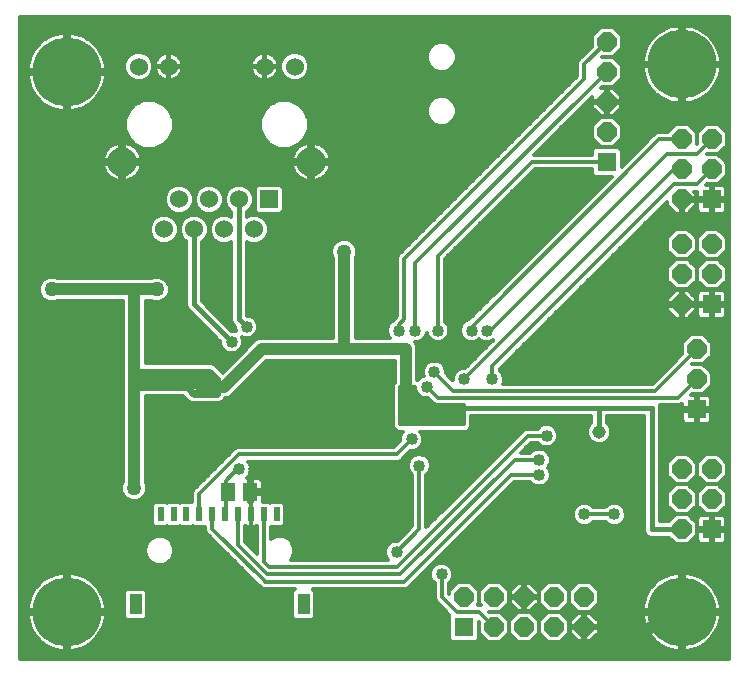
<source format=gbl>
G75*
G70*
%OFA0B0*%
%FSLAX24Y24*%
%IPPOS*%
%LPD*%
%AMOC8*
5,1,8,0,0,1.08239X$1,22.5*
%
%ADD10R,0.0600X0.0600*%
%ADD11C,0.0600*%
%ADD12C,0.0975*%
%ADD13R,0.0200X0.0500*%
%ADD14R,0.0400X0.0700*%
%ADD15R,0.0512X0.0591*%
%ADD16C,0.2300*%
%ADD17R,0.0640X0.0640*%
%ADD18OC8,0.0640*%
%ADD19C,0.0500*%
%ADD20C,0.0450*%
%ADD21C,0.0120*%
%ADD22C,0.0400*%
%ADD23C,0.0400*%
%ADD24C,0.0240*%
%ADD25C,0.0180*%
%ADD26C,0.0100*%
%ADD27C,0.0160*%
D10*
X009145Y020560D03*
D11*
X008145Y020560D03*
X007145Y020560D03*
X006145Y020560D03*
X005645Y019560D03*
X006645Y019560D03*
X007645Y019560D03*
X008645Y019560D03*
X008995Y024990D03*
X009995Y024990D03*
X005795Y024990D03*
X004795Y024990D03*
D12*
X004245Y021810D03*
X010545Y021810D03*
D13*
X009395Y010060D03*
X008965Y010060D03*
X008535Y010060D03*
X008105Y010060D03*
X007675Y010060D03*
X007245Y010060D03*
X006815Y010060D03*
X006385Y010060D03*
X005955Y010060D03*
X005525Y010060D03*
D14*
X004695Y007060D03*
X010295Y007060D03*
D15*
X008519Y010810D03*
X007771Y010810D03*
D16*
X002395Y006810D03*
X022895Y006810D03*
X002395Y024810D03*
X022895Y025060D03*
D17*
X020395Y021810D03*
X023895Y020560D03*
X023895Y017060D03*
X023395Y013560D03*
X023895Y009560D03*
X015645Y006310D03*
D18*
X016645Y006310D03*
X016645Y007310D03*
X015645Y007310D03*
X017645Y007310D03*
X018645Y007310D03*
X019645Y007310D03*
X019645Y006310D03*
X018645Y006310D03*
X017645Y006310D03*
X022895Y009560D03*
X022895Y010560D03*
X023895Y010560D03*
X023895Y011560D03*
X022895Y011560D03*
X023395Y014560D03*
X023395Y015560D03*
X022895Y017060D03*
X022895Y018060D03*
X023895Y018060D03*
X023895Y019060D03*
X022895Y019060D03*
X022895Y020560D03*
X022895Y021560D03*
X023895Y021560D03*
X023895Y022560D03*
X022895Y022560D03*
X020395Y022810D03*
X020395Y023810D03*
X020395Y024810D03*
X020395Y025810D03*
D19*
X011645Y018810D03*
X005395Y017560D03*
X001895Y017560D03*
X006895Y014310D03*
X004645Y010935D03*
D20*
X007645Y012310D03*
X006895Y013310D03*
X008395Y013310D03*
X007145Y015435D03*
X010020Y017560D03*
X012708Y016185D03*
X016395Y017560D03*
X016395Y019685D03*
X017645Y020810D03*
X021333Y019122D03*
X020083Y017872D03*
X020145Y012810D03*
X016395Y008372D03*
X020645Y006310D03*
X021895Y006310D03*
X011895Y009810D03*
X007333Y008560D03*
X003800Y018137D03*
X002185Y018950D03*
X013645Y022810D03*
X013645Y025310D03*
D21*
X024465Y005239D02*
X000825Y005239D01*
X000825Y026630D01*
X024465Y026630D01*
X024465Y005239D01*
X024465Y005297D02*
X000825Y005297D01*
X000825Y005415D02*
X024465Y005415D01*
X024465Y005534D02*
X023196Y005534D01*
X023214Y005537D02*
X023337Y005575D01*
X023456Y005624D01*
X023569Y005685D01*
X023676Y005756D01*
X023776Y005838D01*
X023867Y005929D01*
X023948Y006028D01*
X024020Y006135D01*
X024081Y006249D01*
X024130Y006368D01*
X024167Y006491D01*
X024192Y006617D01*
X024205Y006745D01*
X024205Y006750D01*
X022955Y006750D01*
X022955Y006869D01*
X024205Y006869D01*
X024205Y006874D01*
X024192Y007002D01*
X024167Y007128D01*
X024130Y007251D01*
X024081Y007370D01*
X024020Y007484D01*
X023948Y007591D01*
X023867Y007690D01*
X023776Y007781D01*
X023676Y007863D01*
X023569Y007934D01*
X023456Y007995D01*
X023337Y008044D01*
X023214Y008082D01*
X023087Y008107D01*
X022959Y008119D01*
X022955Y008119D01*
X022955Y006870D01*
X022835Y006870D01*
X022835Y008119D01*
X022831Y008119D01*
X022703Y008107D01*
X022576Y008082D01*
X022453Y008044D01*
X022334Y007995D01*
X022221Y007934D01*
X022114Y007863D01*
X022014Y007781D01*
X021923Y007690D01*
X021842Y007591D01*
X021770Y007484D01*
X021709Y007370D01*
X021660Y007251D01*
X021623Y007128D01*
X021598Y007002D01*
X021585Y006874D01*
X021585Y006869D01*
X022835Y006869D01*
X022835Y006750D01*
X021585Y006750D01*
X021585Y006745D01*
X021598Y006617D01*
X021623Y006491D01*
X021660Y006368D01*
X021709Y006249D01*
X021770Y006135D01*
X021842Y006028D01*
X021923Y005929D01*
X022014Y005838D01*
X022114Y005756D01*
X022221Y005685D01*
X022334Y005624D01*
X022453Y005575D01*
X022576Y005537D01*
X022703Y005512D01*
X022831Y005500D01*
X022835Y005500D01*
X022835Y006749D01*
X022955Y006749D01*
X022955Y005500D01*
X022959Y005500D01*
X023087Y005512D01*
X023214Y005537D01*
X022955Y005534D02*
X022835Y005534D01*
X022835Y005652D02*
X022955Y005652D01*
X022955Y005771D02*
X022835Y005771D01*
X022835Y005889D02*
X022955Y005889D01*
X022955Y006008D02*
X022835Y006008D01*
X022835Y006126D02*
X022955Y006126D01*
X022955Y006245D02*
X022835Y006245D01*
X022835Y006364D02*
X022955Y006364D01*
X022955Y006482D02*
X022835Y006482D01*
X022835Y006601D02*
X022955Y006601D01*
X022955Y006719D02*
X022835Y006719D01*
X022835Y006838D02*
X019880Y006838D01*
X019852Y006810D02*
X020145Y007102D01*
X020145Y007517D01*
X019852Y007809D01*
X019438Y007809D01*
X019145Y007517D01*
X019145Y007102D01*
X019438Y006810D01*
X019852Y006810D01*
X019844Y006789D02*
X019685Y006789D01*
X019685Y006350D01*
X019605Y006350D01*
X019605Y006789D01*
X019446Y006789D01*
X019165Y006508D01*
X019165Y006350D01*
X019605Y006350D01*
X019605Y006269D01*
X019685Y006269D01*
X019685Y005830D01*
X019844Y005830D01*
X020125Y006111D01*
X020125Y006269D01*
X019685Y006269D01*
X019685Y006350D01*
X020125Y006350D01*
X020125Y006508D01*
X019844Y006789D01*
X019914Y006719D02*
X021588Y006719D01*
X021601Y006601D02*
X020033Y006601D01*
X020125Y006482D02*
X021625Y006482D01*
X021662Y006364D02*
X020125Y006364D01*
X020125Y006245D02*
X021711Y006245D01*
X021776Y006126D02*
X020125Y006126D01*
X020022Y006008D02*
X021858Y006008D01*
X021963Y005889D02*
X019904Y005889D01*
X019685Y005889D02*
X019605Y005889D01*
X019605Y005830D02*
X019605Y006269D01*
X019165Y006269D01*
X019165Y006111D01*
X019446Y005830D01*
X019605Y005830D01*
X019605Y006008D02*
X019685Y006008D01*
X019685Y006126D02*
X019605Y006126D01*
X019605Y006245D02*
X019685Y006245D01*
X019685Y006364D02*
X019605Y006364D01*
X019605Y006482D02*
X019685Y006482D01*
X019685Y006601D02*
X019605Y006601D01*
X019605Y006719D02*
X019685Y006719D01*
X019410Y006838D02*
X018880Y006838D01*
X018852Y006810D02*
X019145Y007102D01*
X019145Y007517D01*
X018852Y007809D01*
X018438Y007809D01*
X018145Y007517D01*
X018145Y007102D01*
X018438Y006810D01*
X018852Y006810D01*
X018852Y006809D02*
X018438Y006809D01*
X018145Y006517D01*
X017852Y006809D01*
X017438Y006809D01*
X017145Y006517D01*
X017145Y006102D01*
X017438Y005810D01*
X017852Y005810D01*
X018145Y006102D01*
X018145Y006517D01*
X018145Y006102D01*
X018438Y005810D01*
X018852Y005810D01*
X019145Y006102D01*
X019145Y006517D01*
X018852Y006809D01*
X018942Y006719D02*
X019376Y006719D01*
X019257Y006601D02*
X019061Y006601D01*
X019145Y006482D02*
X019165Y006482D01*
X019165Y006364D02*
X019145Y006364D01*
X019145Y006245D02*
X019165Y006245D01*
X019165Y006126D02*
X019145Y006126D01*
X019050Y006008D02*
X019268Y006008D01*
X019386Y005889D02*
X018932Y005889D01*
X018358Y005889D02*
X017932Y005889D01*
X018050Y006008D02*
X018240Y006008D01*
X018145Y006126D02*
X018145Y006126D01*
X018145Y006245D02*
X018145Y006245D01*
X018145Y006364D02*
X018145Y006364D01*
X018145Y006482D02*
X018145Y006482D01*
X018061Y006601D02*
X018229Y006601D01*
X018348Y006719D02*
X017942Y006719D01*
X017844Y006830D02*
X018125Y007111D01*
X018125Y007269D01*
X017685Y007269D01*
X017685Y006830D01*
X017844Y006830D01*
X017852Y006838D02*
X018410Y006838D01*
X018291Y006956D02*
X017971Y006956D01*
X018089Y007075D02*
X018173Y007075D01*
X018145Y007193D02*
X018125Y007193D01*
X018145Y007312D02*
X017685Y007312D01*
X017685Y007350D02*
X018125Y007350D01*
X018125Y007508D01*
X017844Y007789D01*
X017685Y007789D01*
X017685Y007350D01*
X017605Y007350D01*
X017605Y007789D01*
X017446Y007789D01*
X017165Y007508D01*
X017165Y007350D01*
X017605Y007350D01*
X017605Y007269D01*
X017685Y007269D01*
X017685Y007350D01*
X017685Y007430D02*
X017605Y007430D01*
X017605Y007312D02*
X017145Y007312D01*
X017165Y007269D02*
X017165Y007111D01*
X017446Y006830D01*
X017605Y006830D01*
X017605Y007269D01*
X017165Y007269D01*
X017165Y007193D02*
X017145Y007193D01*
X017145Y007102D02*
X017145Y007517D01*
X016852Y007809D01*
X016438Y007809D01*
X016145Y007517D01*
X015852Y007809D01*
X015438Y007809D01*
X015145Y007517D01*
X015145Y007399D01*
X015135Y007409D01*
X015135Y007762D01*
X015217Y007844D01*
X015275Y007984D01*
X015275Y008135D01*
X015217Y008275D01*
X015110Y008382D01*
X014971Y008439D01*
X014819Y008439D01*
X014680Y008382D01*
X014573Y008275D01*
X014515Y008135D01*
X014515Y007984D01*
X014573Y007844D01*
X014655Y007762D01*
X014655Y007262D01*
X014692Y007174D01*
X014759Y007106D01*
X015153Y006712D01*
X015145Y006704D01*
X015145Y005915D01*
X015250Y005810D01*
X016040Y005810D01*
X016145Y005915D01*
X016145Y006470D01*
X016145Y006102D01*
X016438Y005810D01*
X016852Y005810D01*
X017145Y006102D01*
X017145Y006517D01*
X016852Y006809D01*
X016484Y006809D01*
X016484Y006810D02*
X016852Y006810D01*
X017145Y007102D01*
X017117Y007075D02*
X017201Y007075D01*
X017320Y006956D02*
X016999Y006956D01*
X016880Y006838D02*
X017438Y006838D01*
X017348Y006719D02*
X016942Y006719D01*
X017061Y006601D02*
X017229Y006601D01*
X017145Y006482D02*
X017145Y006482D01*
X017145Y006364D02*
X017145Y006364D01*
X017145Y006245D02*
X017145Y006245D01*
X017145Y006126D02*
X017145Y006126D01*
X017050Y006008D02*
X017240Y006008D01*
X017358Y005889D02*
X016932Y005889D01*
X016358Y005889D02*
X016119Y005889D01*
X016145Y006008D02*
X016240Y006008D01*
X016145Y006126D02*
X016145Y006126D01*
X016145Y006245D02*
X016145Y006245D01*
X016145Y006364D02*
X016145Y006364D01*
X016145Y006470D02*
X016145Y006470D01*
X016145Y006810D02*
X015395Y006810D01*
X014895Y007310D01*
X014895Y008060D01*
X014548Y007905D02*
X014079Y007905D01*
X013961Y007786D02*
X014631Y007786D01*
X014655Y007667D02*
X013842Y007667D01*
X013781Y007606D02*
X017307Y011132D01*
X017848Y011132D01*
X017930Y011050D01*
X018069Y010992D01*
X018221Y010992D01*
X018360Y011050D01*
X018467Y011157D01*
X018525Y011296D01*
X018525Y011448D01*
X018467Y011587D01*
X018432Y011622D01*
X018467Y011657D01*
X018525Y011796D01*
X018525Y011948D01*
X018467Y012087D01*
X018360Y012194D01*
X018221Y012252D01*
X018069Y012252D01*
X017930Y012194D01*
X017848Y012112D01*
X017537Y012112D01*
X017865Y012440D01*
X018093Y012440D01*
X018175Y012357D01*
X018315Y012300D01*
X018466Y012300D01*
X018605Y012357D01*
X018712Y012464D01*
X018770Y012604D01*
X018770Y012755D01*
X018712Y012895D01*
X018605Y013002D01*
X019786Y013002D01*
X019802Y013039D02*
X019740Y012890D01*
X019740Y012729D01*
X019802Y012580D01*
X019916Y012466D01*
X020064Y012405D01*
X020226Y012405D01*
X020374Y012466D01*
X020488Y012580D01*
X020550Y012729D01*
X020550Y012890D01*
X020488Y013039D01*
X020415Y013112D01*
X020415Y013352D01*
X021625Y013352D01*
X021625Y009506D01*
X021666Y009407D01*
X021742Y009331D01*
X021841Y009290D01*
X021949Y009290D01*
X022458Y009290D01*
X022688Y009060D01*
X023102Y009060D01*
X023395Y009352D01*
X023395Y009767D01*
X023102Y010059D01*
X022688Y010059D01*
X022458Y009829D01*
X022165Y009829D01*
X022165Y013676D01*
X022157Y013695D01*
X022722Y013695D01*
X022818Y013695D01*
X022906Y013731D01*
X022915Y013740D01*
X022915Y013600D01*
X023355Y013600D01*
X023355Y014039D01*
X023214Y014039D01*
X023234Y014060D01*
X023602Y014060D01*
X023895Y014352D01*
X023895Y014767D01*
X023602Y015059D01*
X023234Y015059D01*
X023234Y015060D01*
X023602Y015060D01*
X023895Y015352D01*
X023895Y015767D01*
X023602Y016059D01*
X023188Y016059D01*
X022895Y015767D01*
X022895Y015399D01*
X021921Y014424D01*
X016938Y014424D01*
X016963Y014484D01*
X016963Y014635D01*
X016905Y014775D01*
X016823Y014857D01*
X016823Y014898D01*
X022415Y020490D01*
X022415Y020361D01*
X022696Y020080D01*
X022855Y020080D01*
X022855Y020519D01*
X022935Y020519D01*
X022935Y020080D01*
X023094Y020080D01*
X023375Y020361D01*
X023375Y020519D01*
X022935Y020519D01*
X022935Y020600D01*
X023375Y020600D01*
X023375Y020758D01*
X023314Y020820D01*
X023415Y020820D01*
X023415Y020600D01*
X023855Y020600D01*
X023855Y021039D01*
X023714Y021039D01*
X023734Y021060D01*
X024102Y021060D01*
X024395Y021352D01*
X024395Y021767D01*
X024102Y022059D01*
X023734Y022059D01*
X023734Y022060D01*
X024102Y022060D01*
X024395Y022352D01*
X024395Y022767D01*
X024102Y023059D01*
X023688Y023059D01*
X023395Y022767D01*
X023102Y023059D01*
X022688Y023059D01*
X022428Y022799D01*
X022097Y022799D01*
X022009Y022763D01*
X021942Y022695D01*
X020895Y021649D01*
X020895Y022204D01*
X020790Y022309D01*
X020000Y022309D01*
X019895Y022204D01*
X019895Y022049D01*
X017974Y022049D01*
X019915Y023990D01*
X019915Y023850D01*
X020355Y023850D01*
X020355Y024289D01*
X020214Y024289D01*
X020234Y024310D01*
X020602Y024310D01*
X020895Y024602D01*
X020895Y025017D01*
X020602Y025309D01*
X020234Y025309D01*
X020234Y025310D01*
X020602Y025310D01*
X020895Y025602D01*
X020895Y026017D01*
X020602Y026309D01*
X020188Y026309D01*
X019895Y026017D01*
X019895Y025649D01*
X019442Y025195D01*
X019405Y025107D01*
X019405Y025012D01*
X019405Y024659D01*
X013442Y018695D01*
X013405Y018607D01*
X013405Y018512D01*
X013405Y016659D01*
X013260Y016514D01*
X013242Y016507D01*
X013135Y016400D01*
X013078Y016260D01*
X013078Y016109D01*
X013135Y015969D01*
X013165Y015939D01*
X012025Y015939D01*
X012025Y018603D01*
X012075Y018724D01*
X012075Y018895D01*
X012010Y019053D01*
X011889Y019174D01*
X011731Y019239D01*
X011559Y019239D01*
X011401Y019174D01*
X011281Y019053D01*
X011215Y018895D01*
X011215Y018724D01*
X011265Y018603D01*
X011265Y015939D01*
X008819Y015939D01*
X008680Y015882D01*
X008573Y015775D01*
X008573Y015775D01*
X007588Y014790D01*
X007565Y014814D01*
X007315Y015064D01*
X007205Y015109D01*
X007085Y015109D01*
X005025Y015109D01*
X005025Y017180D01*
X005189Y017180D01*
X005309Y017130D01*
X005481Y017130D01*
X005639Y017195D01*
X005760Y017316D01*
X005825Y017474D01*
X005825Y017645D01*
X005760Y017803D01*
X005639Y017924D01*
X005481Y017989D01*
X005309Y017989D01*
X005189Y017939D01*
X004721Y017939D01*
X004569Y017939D01*
X002101Y017939D01*
X001981Y017989D01*
X001809Y017989D01*
X001651Y017924D01*
X001531Y017803D01*
X001465Y017645D01*
X001465Y017474D01*
X001531Y017316D01*
X001651Y017195D01*
X001809Y017130D01*
X001981Y017130D01*
X002101Y017180D01*
X004265Y017180D01*
X004265Y014635D01*
X004265Y014484D01*
X004265Y011141D01*
X004215Y011020D01*
X004215Y010849D01*
X004281Y010691D01*
X004401Y010570D01*
X004559Y010505D01*
X004731Y010505D01*
X004889Y010570D01*
X005010Y010691D01*
X005075Y010849D01*
X005075Y011020D01*
X005025Y011141D01*
X005025Y014010D01*
X006271Y014010D01*
X006475Y013805D01*
X006585Y013760D01*
X006705Y013760D01*
X007455Y013760D01*
X007565Y013805D01*
X007649Y013890D01*
X007666Y013930D01*
X007721Y013930D01*
X007860Y013987D01*
X007967Y014094D01*
X007967Y014094D01*
X009052Y015180D01*
X011569Y015180D01*
X011721Y015180D01*
X013328Y015180D01*
X013328Y014456D01*
X013317Y014445D01*
X013280Y014357D01*
X013280Y014262D01*
X013280Y013107D01*
X013280Y013012D01*
X013317Y012924D01*
X013384Y012856D01*
X013472Y012820D01*
X013618Y012820D01*
X013573Y012775D01*
X013515Y012635D01*
X013515Y012519D01*
X013296Y012299D01*
X008097Y012299D01*
X008009Y012263D01*
X007942Y012195D01*
X006612Y010865D01*
X006575Y010777D01*
X006575Y010682D01*
X006575Y010474D01*
X006560Y010489D01*
X006210Y010489D01*
X006170Y010449D01*
X006130Y010489D01*
X005780Y010489D01*
X005740Y010449D01*
X005700Y010489D01*
X005350Y010489D01*
X005245Y010384D01*
X005245Y009735D01*
X005350Y009630D01*
X005700Y009630D01*
X005740Y009670D01*
X005780Y009630D01*
X006130Y009630D01*
X006170Y009670D01*
X006210Y009630D01*
X006560Y009630D01*
X006600Y009670D01*
X006640Y009630D01*
X006990Y009630D01*
X007005Y009645D01*
X007005Y009632D01*
X007005Y009537D01*
X007042Y009449D01*
X008754Y007736D01*
X008817Y007674D01*
X008884Y007606D01*
X008972Y007570D01*
X010001Y007570D01*
X009915Y007484D01*
X009915Y006635D01*
X010020Y006530D01*
X010570Y006530D01*
X010675Y006635D01*
X010675Y007484D01*
X010589Y007570D01*
X013597Y007570D01*
X013693Y007570D01*
X013781Y007606D01*
X013645Y007810D02*
X017208Y011372D01*
X018145Y011372D01*
X017874Y011105D02*
X017280Y011105D01*
X017162Y010987D02*
X021625Y010987D01*
X021625Y011105D02*
X018416Y011105D01*
X018495Y011224D02*
X021625Y011224D01*
X021625Y011342D02*
X018525Y011342D01*
X018520Y011461D02*
X021625Y011461D01*
X021625Y011579D02*
X018470Y011579D01*
X018484Y011698D02*
X021625Y011698D01*
X021625Y011816D02*
X018525Y011816D01*
X018525Y011935D02*
X021625Y011935D01*
X021625Y012054D02*
X018481Y012054D01*
X018382Y012172D02*
X021625Y012172D01*
X021625Y012291D02*
X017716Y012291D01*
X017834Y012409D02*
X018123Y012409D01*
X017908Y012172D02*
X017597Y012172D01*
X017333Y011872D02*
X018145Y011872D01*
X018657Y012409D02*
X020053Y012409D01*
X020237Y012409D02*
X021625Y012409D01*
X021625Y012528D02*
X020436Y012528D01*
X020516Y012646D02*
X021625Y012646D01*
X021625Y012765D02*
X020550Y012765D01*
X020550Y012883D02*
X021625Y012883D01*
X021625Y013002D02*
X020504Y013002D01*
X020415Y013120D02*
X021625Y013120D01*
X021625Y013239D02*
X020415Y013239D01*
X019875Y013239D02*
X015885Y013239D01*
X015885Y013352D02*
X019875Y013352D01*
X019875Y013112D01*
X019802Y013039D01*
X019875Y013120D02*
X015885Y013120D01*
X015885Y013107D02*
X015885Y013352D01*
X015645Y013358D02*
X013520Y013358D01*
X013520Y013476D02*
X015645Y013476D01*
X015645Y013595D02*
X013520Y013595D01*
X013520Y013713D02*
X014677Y013713D01*
X014634Y013731D02*
X014722Y013695D01*
X015645Y013695D01*
X015645Y013060D01*
X013520Y013060D01*
X013520Y014310D01*
X014015Y014310D01*
X014015Y014234D01*
X014073Y014094D01*
X014180Y013987D01*
X014319Y013930D01*
X014436Y013930D01*
X014567Y013799D01*
X014634Y013731D01*
X014533Y013832D02*
X013520Y013832D01*
X013520Y013950D02*
X014269Y013950D01*
X014098Y014069D02*
X013520Y014069D01*
X013520Y014187D02*
X014034Y014187D01*
X014015Y014306D02*
X013520Y014306D01*
X013280Y014306D02*
X008179Y014306D01*
X008297Y014424D02*
X013308Y014424D01*
X013328Y014543D02*
X008416Y014543D01*
X008534Y014662D02*
X013328Y014662D01*
X013328Y014780D02*
X008653Y014780D01*
X008771Y014899D02*
X013328Y014899D01*
X013328Y015017D02*
X008890Y015017D01*
X009009Y015136D02*
X013328Y015136D01*
X014087Y015136D02*
X014440Y015136D01*
X014430Y015132D02*
X014323Y015025D01*
X014265Y014885D01*
X014265Y014734D01*
X014289Y014677D01*
X014180Y014632D01*
X014098Y014549D01*
X014087Y014549D01*
X014087Y015635D01*
X014030Y015775D01*
X014000Y015805D01*
X014096Y015805D01*
X014235Y015862D01*
X014342Y015969D01*
X014395Y016097D01*
X014448Y015969D01*
X014555Y015862D01*
X014694Y015805D01*
X014846Y015805D01*
X014985Y015862D01*
X015092Y015969D01*
X015150Y016109D01*
X015150Y016260D01*
X015092Y016400D01*
X015010Y016482D01*
X015010Y018585D01*
X017994Y021570D01*
X019895Y021570D01*
X019895Y021415D01*
X020000Y021310D01*
X020556Y021310D01*
X015804Y016558D01*
X015010Y016558D01*
X015010Y016677D02*
X015923Y016677D01*
X016041Y016795D02*
X015010Y016795D01*
X015010Y016914D02*
X016160Y016914D01*
X016279Y017032D02*
X015010Y017032D01*
X015010Y017151D02*
X016397Y017151D01*
X016516Y017269D02*
X015010Y017269D01*
X015010Y017388D02*
X016634Y017388D01*
X016753Y017507D02*
X015010Y017507D01*
X015010Y017625D02*
X016871Y017625D01*
X016990Y017744D02*
X015010Y017744D01*
X015010Y017862D02*
X017108Y017862D01*
X017227Y017981D02*
X015010Y017981D01*
X015010Y018099D02*
X017345Y018099D01*
X017464Y018218D02*
X015010Y018218D01*
X015010Y018336D02*
X017583Y018336D01*
X017701Y018455D02*
X015010Y018455D01*
X015010Y018573D02*
X017820Y018573D01*
X017938Y018692D02*
X015117Y018692D01*
X015235Y018811D02*
X018057Y018811D01*
X018175Y018929D02*
X015354Y018929D01*
X015473Y019048D02*
X018294Y019048D01*
X018412Y019166D02*
X015591Y019166D01*
X015710Y019285D02*
X018531Y019285D01*
X018649Y019403D02*
X015828Y019403D01*
X015947Y019522D02*
X018768Y019522D01*
X018886Y019640D02*
X016065Y019640D01*
X016184Y019759D02*
X019005Y019759D01*
X019124Y019877D02*
X016302Y019877D01*
X016421Y019996D02*
X019242Y019996D01*
X019361Y020115D02*
X016539Y020115D01*
X016658Y020233D02*
X019479Y020233D01*
X019598Y020352D02*
X016777Y020352D01*
X016895Y020470D02*
X019716Y020470D01*
X019835Y020589D02*
X017014Y020589D01*
X017132Y020707D02*
X019953Y020707D01*
X020072Y020826D02*
X017251Y020826D01*
X017369Y020944D02*
X020190Y020944D01*
X020309Y021063D02*
X017488Y021063D01*
X017606Y021181D02*
X020428Y021181D01*
X020546Y021300D02*
X017725Y021300D01*
X017843Y021419D02*
X019895Y021419D01*
X019895Y021537D02*
X017962Y021537D01*
X017895Y021810D02*
X014770Y018685D01*
X014770Y016185D01*
X015125Y016321D02*
X015540Y016321D01*
X015515Y016260D02*
X015515Y016109D01*
X015573Y015969D01*
X015680Y015862D01*
X015819Y015805D01*
X015971Y015805D01*
X016110Y015862D01*
X016145Y015897D01*
X016180Y015862D01*
X016319Y015805D01*
X016471Y015805D01*
X016607Y015861D01*
X015686Y014939D01*
X015569Y014939D01*
X015430Y014882D01*
X015323Y014775D01*
X015265Y014635D01*
X015265Y014549D01*
X015244Y014549D01*
X015025Y014769D01*
X015025Y014885D01*
X014967Y015025D01*
X014860Y015132D01*
X014721Y015189D01*
X014569Y015189D01*
X014430Y015132D01*
X014320Y015017D02*
X014087Y015017D01*
X014087Y014899D02*
X014271Y014899D01*
X014265Y014780D02*
X014087Y014780D01*
X014087Y014662D02*
X014252Y014662D01*
X014645Y014810D02*
X015208Y014247D01*
X015270Y014185D01*
X022020Y014185D01*
X023395Y015560D01*
X022895Y015610D02*
X017535Y015610D01*
X017653Y015728D02*
X022895Y015728D01*
X022975Y015847D02*
X017772Y015847D01*
X017890Y015966D02*
X023094Y015966D01*
X022895Y015491D02*
X017416Y015491D01*
X017298Y015373D02*
X022869Y015373D01*
X022750Y015254D02*
X017179Y015254D01*
X017061Y015136D02*
X022632Y015136D01*
X022513Y015017D02*
X016942Y015017D01*
X016824Y014899D02*
X022395Y014899D01*
X022276Y014780D02*
X016899Y014780D01*
X016952Y014662D02*
X022158Y014662D01*
X022039Y014543D02*
X016963Y014543D01*
X016583Y014560D02*
X016583Y014747D01*
X016583Y014560D02*
X016583Y014997D01*
X022645Y021060D01*
X023395Y021060D01*
X023895Y021560D01*
X024269Y021893D02*
X024465Y021893D01*
X024465Y022011D02*
X024150Y022011D01*
X024172Y022130D02*
X024465Y022130D01*
X024465Y022248D02*
X024291Y022248D01*
X024395Y022367D02*
X024465Y022367D01*
X024465Y022485D02*
X024395Y022485D01*
X024395Y022604D02*
X024465Y022604D01*
X024465Y022722D02*
X024395Y022722D01*
X024465Y022841D02*
X024321Y022841D01*
X024202Y022960D02*
X024465Y022960D01*
X024465Y023078D02*
X020834Y023078D01*
X020895Y023017D02*
X020602Y023309D01*
X020188Y023309D01*
X019895Y023017D01*
X019895Y022602D01*
X020188Y022310D01*
X020602Y022310D01*
X020895Y022602D01*
X020895Y023017D01*
X020895Y022960D02*
X022588Y022960D01*
X022469Y022841D02*
X020895Y022841D01*
X020895Y022722D02*
X021969Y022722D01*
X021850Y022604D02*
X020895Y022604D01*
X020778Y022485D02*
X021732Y022485D01*
X021613Y022367D02*
X020659Y022367D01*
X020851Y022248D02*
X021494Y022248D01*
X021376Y022130D02*
X020895Y022130D01*
X020895Y022011D02*
X021257Y022011D01*
X021139Y021893D02*
X020895Y021893D01*
X020895Y021774D02*
X021020Y021774D01*
X020902Y021656D02*
X020895Y021656D01*
X020395Y021810D02*
X017895Y021810D01*
X018055Y022130D02*
X019895Y022130D01*
X019939Y022248D02*
X018173Y022248D01*
X018292Y022367D02*
X020131Y022367D01*
X020012Y022485D02*
X018410Y022485D01*
X018529Y022604D02*
X019895Y022604D01*
X019895Y022722D02*
X018647Y022722D01*
X018766Y022841D02*
X019895Y022841D01*
X019895Y022960D02*
X018884Y022960D01*
X019003Y023078D02*
X019957Y023078D01*
X020075Y023197D02*
X019122Y023197D01*
X019240Y023315D02*
X024465Y023315D01*
X024465Y023197D02*
X020715Y023197D01*
X020594Y023330D02*
X020875Y023611D01*
X020875Y023769D01*
X020435Y023769D01*
X020435Y023330D01*
X020594Y023330D01*
X020698Y023434D02*
X024465Y023434D01*
X024465Y023552D02*
X020817Y023552D01*
X020875Y023671D02*
X024465Y023671D01*
X024465Y023789D02*
X023221Y023789D01*
X023214Y023787D02*
X023337Y023825D01*
X023456Y023874D01*
X023569Y023935D01*
X023676Y024006D01*
X023776Y024088D01*
X023867Y024179D01*
X023948Y024278D01*
X024020Y024385D01*
X024081Y024499D01*
X024130Y024618D01*
X024167Y024741D01*
X024192Y024867D01*
X024205Y024995D01*
X024205Y025000D01*
X022955Y025000D01*
X022955Y025119D01*
X024205Y025119D01*
X024205Y025124D01*
X024192Y025252D01*
X024167Y025378D01*
X024130Y025501D01*
X024081Y025620D01*
X024020Y025734D01*
X023948Y025841D01*
X023867Y025940D01*
X023776Y026031D01*
X023676Y026113D01*
X023569Y026184D01*
X023456Y026245D01*
X023337Y026294D01*
X023214Y026332D01*
X023087Y026357D01*
X022959Y026369D01*
X022955Y026369D01*
X022955Y025120D01*
X022835Y025120D01*
X022835Y026369D01*
X022831Y026369D01*
X022703Y026357D01*
X022576Y026332D01*
X022453Y026294D01*
X022334Y026245D01*
X022221Y026184D01*
X022114Y026113D01*
X022014Y026031D01*
X021923Y025940D01*
X021842Y025841D01*
X021770Y025734D01*
X021709Y025620D01*
X021660Y025501D01*
X021623Y025378D01*
X021598Y025252D01*
X021585Y025124D01*
X021585Y025119D01*
X022835Y025119D01*
X022835Y025000D01*
X021585Y025000D01*
X021585Y024995D01*
X021598Y024867D01*
X021623Y024741D01*
X021660Y024618D01*
X021709Y024499D01*
X021770Y024385D01*
X021842Y024278D01*
X021923Y024179D01*
X022014Y024088D01*
X022114Y024006D01*
X022221Y023935D01*
X022334Y023874D01*
X022453Y023825D01*
X022576Y023787D01*
X022703Y023762D01*
X022831Y023750D01*
X022835Y023750D01*
X022835Y024999D01*
X022955Y024999D01*
X022955Y023750D01*
X022959Y023750D01*
X023087Y023762D01*
X023214Y023787D01*
X022955Y023789D02*
X022835Y023789D01*
X022835Y023908D02*
X022955Y023908D01*
X022955Y024026D02*
X022835Y024026D01*
X022835Y024145D02*
X022955Y024145D01*
X022955Y024264D02*
X022835Y024264D01*
X022835Y024382D02*
X022955Y024382D01*
X022955Y024501D02*
X022835Y024501D01*
X022835Y024619D02*
X022955Y024619D01*
X022955Y024738D02*
X022835Y024738D01*
X022835Y024856D02*
X022955Y024856D01*
X022955Y024975D02*
X022835Y024975D01*
X022835Y025093D02*
X020818Y025093D01*
X020895Y024975D02*
X021587Y024975D01*
X021600Y024856D02*
X020895Y024856D01*
X020895Y024738D02*
X021624Y024738D01*
X021660Y024619D02*
X020895Y024619D01*
X020793Y024501D02*
X021709Y024501D01*
X021772Y024382D02*
X020675Y024382D01*
X020594Y024289D02*
X020875Y024008D01*
X020875Y023850D01*
X020435Y023850D01*
X020355Y023850D01*
X020355Y023769D01*
X020435Y023769D01*
X020435Y023850D01*
X020435Y024289D01*
X020594Y024289D01*
X020620Y024264D02*
X021854Y024264D01*
X021957Y024145D02*
X020738Y024145D01*
X020857Y024026D02*
X022089Y024026D01*
X022271Y023908D02*
X020875Y023908D01*
X020435Y023908D02*
X020355Y023908D01*
X020355Y024026D02*
X020435Y024026D01*
X020435Y024145D02*
X020355Y024145D01*
X020355Y024264D02*
X020435Y024264D01*
X019915Y023908D02*
X019833Y023908D01*
X019915Y023769D02*
X019915Y023611D01*
X020196Y023330D01*
X020355Y023330D01*
X020355Y023769D01*
X019915Y023769D01*
X019915Y023671D02*
X019596Y023671D01*
X019714Y023789D02*
X020355Y023789D01*
X020435Y023789D02*
X022569Y023789D01*
X023519Y023908D02*
X024465Y023908D01*
X024465Y024026D02*
X023701Y024026D01*
X023833Y024145D02*
X024465Y024145D01*
X024465Y024264D02*
X023936Y024264D01*
X024018Y024382D02*
X024465Y024382D01*
X024465Y024501D02*
X024081Y024501D01*
X024130Y024619D02*
X024465Y024619D01*
X024465Y024738D02*
X024166Y024738D01*
X024190Y024856D02*
X024465Y024856D01*
X024465Y024975D02*
X024203Y024975D01*
X024196Y025212D02*
X024465Y025212D01*
X024465Y025330D02*
X024177Y025330D01*
X024146Y025449D02*
X024465Y025449D01*
X024465Y025568D02*
X024103Y025568D01*
X024046Y025686D02*
X024465Y025686D01*
X024465Y025805D02*
X023973Y025805D01*
X023881Y025923D02*
X024465Y025923D01*
X024465Y026042D02*
X023763Y026042D01*
X023606Y026160D02*
X024465Y026160D01*
X024465Y026279D02*
X023375Y026279D01*
X022955Y026279D02*
X022835Y026279D01*
X022835Y026160D02*
X022955Y026160D01*
X022955Y026042D02*
X022835Y026042D01*
X022835Y025923D02*
X022955Y025923D01*
X022955Y025805D02*
X022835Y025805D01*
X022835Y025686D02*
X022955Y025686D01*
X022955Y025568D02*
X022835Y025568D01*
X022835Y025449D02*
X022955Y025449D01*
X022955Y025330D02*
X022835Y025330D01*
X022835Y025212D02*
X022955Y025212D01*
X022955Y025093D02*
X024465Y025093D01*
X024465Y026397D02*
X000825Y026397D01*
X000825Y026279D02*
X020157Y026279D01*
X020039Y026160D02*
X000825Y026160D01*
X000825Y026042D02*
X001947Y026042D01*
X001953Y026044D02*
X001834Y025995D01*
X001721Y025934D01*
X001614Y025863D01*
X001514Y025781D01*
X001423Y025690D01*
X001342Y025591D01*
X001270Y025484D01*
X001209Y025370D01*
X001160Y025251D01*
X001123Y025128D01*
X001098Y025002D01*
X001085Y024874D01*
X001085Y024869D01*
X002335Y024869D01*
X002335Y024750D01*
X001085Y024750D01*
X001085Y024745D01*
X001098Y024617D01*
X001123Y024491D01*
X001160Y024368D01*
X001209Y024249D01*
X001270Y024135D01*
X001342Y024028D01*
X001423Y023929D01*
X001514Y023838D01*
X001614Y023756D01*
X001721Y023685D01*
X001834Y023624D01*
X001953Y023575D01*
X002076Y023537D01*
X002203Y023512D01*
X002331Y023500D01*
X002335Y023500D01*
X002335Y024749D01*
X002455Y024749D01*
X002455Y023500D01*
X002459Y023500D01*
X002587Y023512D01*
X002714Y023537D01*
X002837Y023575D01*
X002956Y023624D01*
X003069Y023685D01*
X003176Y023756D01*
X003276Y023838D01*
X003367Y023929D01*
X003448Y024028D01*
X003520Y024135D01*
X003581Y024249D01*
X003630Y024368D01*
X003667Y024491D01*
X003692Y024617D01*
X003705Y024745D01*
X003705Y024750D01*
X002455Y024750D01*
X002455Y024869D01*
X003705Y024869D01*
X003705Y024874D01*
X003692Y025002D01*
X003667Y025128D01*
X003630Y025251D01*
X003581Y025370D01*
X003520Y025484D01*
X003448Y025591D01*
X003367Y025690D01*
X003276Y025781D01*
X003176Y025863D01*
X003069Y025934D01*
X002956Y025995D01*
X002837Y026044D01*
X002714Y026082D01*
X002587Y026107D01*
X002459Y026119D01*
X002455Y026119D01*
X002455Y024870D01*
X002335Y024870D01*
X002335Y026119D01*
X002331Y026119D01*
X002203Y026107D01*
X002076Y026082D01*
X001953Y026044D01*
X001704Y025923D02*
X000825Y025923D01*
X000825Y025805D02*
X001543Y025805D01*
X001420Y025686D02*
X000825Y025686D01*
X000825Y025568D02*
X001326Y025568D01*
X001251Y025449D02*
X000825Y025449D01*
X000825Y025330D02*
X001193Y025330D01*
X001148Y025212D02*
X000825Y025212D01*
X000825Y025093D02*
X001116Y025093D01*
X001095Y024975D02*
X000825Y024975D01*
X000825Y024856D02*
X002335Y024856D01*
X002335Y024738D02*
X002455Y024738D01*
X002455Y024856D02*
X004331Y024856D01*
X004315Y024894D02*
X004388Y024718D01*
X004523Y024583D01*
X004700Y024510D01*
X004891Y024510D01*
X005067Y024583D01*
X005202Y024718D01*
X005275Y024894D01*
X005275Y025085D01*
X005202Y025261D01*
X005067Y025396D01*
X004891Y025469D01*
X004700Y025469D01*
X004523Y025396D01*
X004388Y025261D01*
X004315Y025085D01*
X004315Y024894D01*
X004315Y024975D02*
X003695Y024975D01*
X003674Y025093D02*
X004319Y025093D01*
X004368Y025212D02*
X003642Y025212D01*
X003597Y025330D02*
X004457Y025330D01*
X004650Y025449D02*
X003539Y025449D01*
X003464Y025568D02*
X014466Y025568D01*
X014475Y025590D02*
X014400Y025408D01*
X014400Y025211D01*
X014475Y025029D01*
X014615Y024890D01*
X014797Y024815D01*
X014994Y024815D01*
X015175Y024890D01*
X015315Y025029D01*
X015390Y025211D01*
X015390Y025408D01*
X015315Y025590D01*
X015175Y025729D01*
X014994Y025804D01*
X014797Y025804D01*
X014615Y025729D01*
X014475Y025590D01*
X014572Y025686D02*
X003370Y025686D01*
X003247Y025805D02*
X019895Y025805D01*
X019895Y025923D02*
X003086Y025923D01*
X002843Y026042D02*
X019920Y026042D01*
X019895Y025686D02*
X015218Y025686D01*
X015324Y025568D02*
X019814Y025568D01*
X019695Y025449D02*
X015373Y025449D01*
X015390Y025330D02*
X019577Y025330D01*
X019458Y025212D02*
X015390Y025212D01*
X015341Y025093D02*
X019405Y025093D01*
X019405Y024975D02*
X015260Y024975D01*
X015094Y024856D02*
X019405Y024856D01*
X019405Y024738D02*
X010410Y024738D01*
X010402Y024718D02*
X010475Y024894D01*
X010475Y025085D01*
X010402Y025261D01*
X010267Y025396D01*
X010091Y025469D01*
X009900Y025469D01*
X009723Y025396D01*
X009588Y025261D01*
X009515Y025085D01*
X009515Y024894D01*
X009588Y024718D01*
X009723Y024583D01*
X009900Y024510D01*
X010091Y024510D01*
X010267Y024583D01*
X010402Y024718D01*
X010304Y024619D02*
X019365Y024619D01*
X019247Y024501D02*
X003669Y024501D01*
X003693Y024619D02*
X004487Y024619D01*
X004380Y024738D02*
X003704Y024738D01*
X003634Y024382D02*
X019128Y024382D01*
X019010Y024264D02*
X003587Y024264D01*
X003525Y024145D02*
X018891Y024145D01*
X018773Y024026D02*
X003447Y024026D01*
X003346Y023908D02*
X014593Y023908D01*
X014615Y023929D02*
X014475Y023790D01*
X014400Y023608D01*
X014400Y023411D01*
X014475Y023229D01*
X014615Y023090D01*
X014797Y023015D01*
X014994Y023015D01*
X015175Y023090D01*
X015315Y023229D01*
X015390Y023411D01*
X015390Y023608D01*
X015315Y023790D01*
X015175Y023929D01*
X014994Y024004D01*
X014797Y024004D01*
X014615Y023929D01*
X014475Y023789D02*
X010000Y023789D01*
X010104Y023746D02*
X009806Y023869D01*
X009484Y023869D01*
X009186Y023746D01*
X008958Y023518D01*
X008835Y023221D01*
X008835Y022898D01*
X008958Y022601D01*
X009186Y022373D01*
X009484Y022250D01*
X009806Y022250D01*
X010104Y022373D01*
X010332Y022601D01*
X010455Y022898D01*
X010455Y023221D01*
X010332Y023518D01*
X010104Y023746D01*
X010179Y023671D02*
X014426Y023671D01*
X014400Y023552D02*
X010298Y023552D01*
X010367Y023434D02*
X014400Y023434D01*
X014440Y023315D02*
X010416Y023315D01*
X010455Y023197D02*
X014508Y023197D01*
X014643Y023078D02*
X010455Y023078D01*
X010455Y022960D02*
X017706Y022960D01*
X017824Y023078D02*
X015147Y023078D01*
X015282Y023197D02*
X017943Y023197D01*
X018061Y023315D02*
X015350Y023315D01*
X015390Y023434D02*
X018180Y023434D01*
X018298Y023552D02*
X015390Y023552D01*
X015364Y023671D02*
X018417Y023671D01*
X018536Y023789D02*
X015315Y023789D01*
X015197Y023908D02*
X018654Y023908D01*
X019359Y023434D02*
X020092Y023434D01*
X019973Y023552D02*
X019477Y023552D01*
X020355Y023552D02*
X020435Y023552D01*
X020435Y023434D02*
X020355Y023434D01*
X020355Y023671D02*
X020435Y023671D01*
X019645Y024560D02*
X019645Y025060D01*
X020395Y025810D01*
X020751Y026160D02*
X022184Y026160D01*
X022027Y026042D02*
X020870Y026042D01*
X020895Y025923D02*
X021909Y025923D01*
X021817Y025805D02*
X020895Y025805D01*
X020895Y025686D02*
X021745Y025686D01*
X021688Y025568D02*
X020860Y025568D01*
X020742Y025449D02*
X021644Y025449D01*
X021613Y025330D02*
X020623Y025330D01*
X020700Y025212D02*
X021594Y025212D01*
X020395Y024810D02*
X014020Y018435D01*
X014020Y016185D01*
X014198Y015847D02*
X014592Y015847D01*
X014452Y015966D02*
X014338Y015966D01*
X014390Y016084D02*
X014400Y016084D01*
X014049Y015728D02*
X016475Y015728D01*
X016573Y015847D02*
X016593Y015847D01*
X016356Y015610D02*
X014087Y015610D01*
X014087Y015491D02*
X016237Y015491D01*
X016119Y015373D02*
X014087Y015373D01*
X014087Y015254D02*
X016000Y015254D01*
X015882Y015136D02*
X014851Y015136D01*
X014970Y015017D02*
X015763Y015017D01*
X015471Y014899D02*
X015019Y014899D01*
X015025Y014780D02*
X015328Y014780D01*
X015276Y014662D02*
X015132Y014662D01*
X015645Y014560D02*
X022645Y021560D01*
X022895Y021560D01*
X022395Y022060D02*
X016520Y016185D01*
X016395Y016185D01*
X016217Y015847D02*
X016073Y015847D01*
X015717Y015847D02*
X014948Y015847D01*
X015088Y015966D02*
X015577Y015966D01*
X015525Y016084D02*
X015140Y016084D01*
X015150Y016203D02*
X015515Y016203D01*
X015515Y016260D02*
X015573Y016400D01*
X015680Y016507D01*
X015804Y016558D01*
X015613Y016440D02*
X015052Y016440D01*
X015895Y016310D02*
X022145Y022560D01*
X022895Y022560D01*
X023395Y022604D02*
X023395Y022604D01*
X023395Y022722D02*
X023395Y022722D01*
X023395Y022767D02*
X023395Y022399D01*
X023395Y022399D01*
X023395Y022767D01*
X023321Y022841D02*
X023469Y022841D01*
X023588Y022960D02*
X023202Y022960D01*
X023395Y022485D02*
X023395Y022485D01*
X023395Y022060D02*
X023895Y022560D01*
X023395Y022060D02*
X022395Y022060D01*
X023855Y020944D02*
X023935Y020944D01*
X023935Y021039D02*
X023935Y020600D01*
X023855Y020600D01*
X023855Y020519D01*
X023935Y020519D01*
X023935Y020080D01*
X024236Y020080D01*
X024277Y020090D01*
X024313Y020111D01*
X024343Y020141D01*
X024364Y020178D01*
X024375Y020218D01*
X024375Y020519D01*
X023935Y020519D01*
X023935Y020600D01*
X024375Y020600D01*
X024375Y020901D01*
X024364Y020941D01*
X024343Y020978D01*
X024313Y021008D01*
X024277Y021029D01*
X024236Y021039D01*
X023935Y021039D01*
X024105Y021063D02*
X024465Y021063D01*
X024465Y021181D02*
X024224Y021181D01*
X024343Y021300D02*
X024465Y021300D01*
X024465Y021419D02*
X024395Y021419D01*
X024395Y021537D02*
X024465Y021537D01*
X024465Y021656D02*
X024395Y021656D01*
X024387Y021774D02*
X024465Y021774D01*
X024465Y020944D02*
X024362Y020944D01*
X024375Y020826D02*
X024465Y020826D01*
X024465Y020707D02*
X024375Y020707D01*
X024465Y020589D02*
X023935Y020589D01*
X023855Y020589D02*
X022935Y020589D01*
X022935Y020470D02*
X022855Y020470D01*
X022855Y020352D02*
X022935Y020352D01*
X022935Y020233D02*
X022855Y020233D01*
X022855Y020115D02*
X022935Y020115D01*
X023129Y020115D02*
X023474Y020115D01*
X023477Y020111D02*
X023513Y020090D01*
X023554Y020080D01*
X023855Y020080D01*
X023855Y020519D01*
X023415Y020519D01*
X023415Y020218D01*
X023426Y020178D01*
X023447Y020141D01*
X023477Y020111D01*
X023415Y020233D02*
X023247Y020233D01*
X023366Y020352D02*
X023415Y020352D01*
X023415Y020470D02*
X023375Y020470D01*
X023375Y020707D02*
X023415Y020707D01*
X023855Y020707D02*
X023935Y020707D01*
X023935Y020826D02*
X023855Y020826D01*
X023855Y020470D02*
X023935Y020470D01*
X023935Y020352D02*
X023855Y020352D01*
X023855Y020233D02*
X023935Y020233D01*
X023935Y020115D02*
X023855Y020115D01*
X024316Y020115D02*
X024465Y020115D01*
X024465Y020233D02*
X024375Y020233D01*
X024375Y020352D02*
X024465Y020352D01*
X024465Y020470D02*
X024375Y020470D01*
X024465Y019996D02*
X021921Y019996D01*
X022039Y020115D02*
X022661Y020115D01*
X022543Y020233D02*
X022158Y020233D01*
X022276Y020352D02*
X022424Y020352D01*
X022415Y020470D02*
X022395Y020470D01*
X021802Y019877D02*
X024465Y019877D01*
X024465Y019759D02*
X021684Y019759D01*
X021565Y019640D02*
X024465Y019640D01*
X024465Y019522D02*
X024140Y019522D01*
X024102Y019559D02*
X023688Y019559D01*
X023395Y019267D01*
X023102Y019559D01*
X022688Y019559D01*
X022395Y019267D01*
X022395Y018852D01*
X022688Y018560D01*
X023102Y018560D01*
X023395Y018852D01*
X023395Y019267D01*
X023395Y018852D01*
X023688Y018560D01*
X024102Y018560D01*
X024395Y018852D01*
X024395Y019267D01*
X024102Y019559D01*
X024258Y019403D02*
X024465Y019403D01*
X024465Y019285D02*
X024377Y019285D01*
X024395Y019166D02*
X024465Y019166D01*
X024465Y019048D02*
X024395Y019048D01*
X024395Y018929D02*
X024465Y018929D01*
X024465Y018811D02*
X024353Y018811D01*
X024465Y018692D02*
X024235Y018692D01*
X024116Y018573D02*
X024465Y018573D01*
X024465Y018455D02*
X024207Y018455D01*
X024102Y018559D02*
X024395Y018267D01*
X024395Y017852D01*
X024102Y017560D01*
X023688Y017560D01*
X023395Y017852D01*
X023102Y017560D01*
X022688Y017560D01*
X022395Y017852D01*
X022395Y018267D01*
X022688Y018559D01*
X023102Y018559D01*
X023395Y018267D01*
X023395Y017852D01*
X023395Y018267D01*
X023688Y018559D01*
X024102Y018559D01*
X024325Y018336D02*
X024465Y018336D01*
X024465Y018218D02*
X024395Y018218D01*
X024395Y018099D02*
X024465Y018099D01*
X024465Y017981D02*
X024395Y017981D01*
X024395Y017862D02*
X024465Y017862D01*
X024465Y017744D02*
X024286Y017744D01*
X024168Y017625D02*
X024465Y017625D01*
X024465Y017507D02*
X024314Y017507D01*
X024313Y017508D02*
X024277Y017529D01*
X024236Y017539D01*
X023935Y017539D01*
X023935Y017100D01*
X023855Y017100D01*
X023855Y017539D01*
X023554Y017539D01*
X023513Y017529D01*
X023477Y017508D01*
X023447Y017478D01*
X023426Y017441D01*
X023415Y017401D01*
X023415Y017100D01*
X023855Y017100D01*
X023855Y017019D01*
X023935Y017019D01*
X023935Y016580D01*
X024236Y016580D01*
X024277Y016590D01*
X024313Y016611D01*
X024343Y016641D01*
X024364Y016678D01*
X024375Y016718D01*
X024375Y017019D01*
X023935Y017019D01*
X023935Y017100D01*
X024375Y017100D01*
X024375Y017401D01*
X024364Y017441D01*
X024343Y017478D01*
X024313Y017508D01*
X024375Y017388D02*
X024465Y017388D01*
X024465Y017269D02*
X024375Y017269D01*
X024375Y017151D02*
X024465Y017151D01*
X024465Y017032D02*
X023935Y017032D01*
X023855Y017032D02*
X022935Y017032D01*
X022935Y017019D02*
X022935Y017100D01*
X022855Y017100D01*
X022855Y017539D01*
X022696Y017539D01*
X022415Y017258D01*
X022415Y017100D01*
X022855Y017100D01*
X022855Y017019D01*
X022935Y017019D01*
X022935Y016580D01*
X023094Y016580D01*
X023375Y016861D01*
X023375Y017019D01*
X022935Y017019D01*
X022855Y017019D02*
X022855Y016580D01*
X022696Y016580D01*
X022415Y016861D01*
X022415Y017019D01*
X022855Y017019D01*
X022855Y017032D02*
X018957Y017032D01*
X018839Y016914D02*
X022415Y016914D01*
X022480Y016795D02*
X018720Y016795D01*
X018602Y016677D02*
X022599Y016677D01*
X022855Y016677D02*
X022935Y016677D01*
X022935Y016795D02*
X022855Y016795D01*
X022855Y016914D02*
X022935Y016914D01*
X022935Y017100D02*
X023375Y017100D01*
X023375Y017258D01*
X023094Y017539D01*
X022935Y017539D01*
X022935Y017100D01*
X022935Y017151D02*
X022855Y017151D01*
X022855Y017269D02*
X022935Y017269D01*
X022935Y017388D02*
X022855Y017388D01*
X022855Y017507D02*
X022935Y017507D01*
X023127Y017507D02*
X023476Y017507D01*
X023415Y017388D02*
X023245Y017388D01*
X023364Y017269D02*
X023415Y017269D01*
X023415Y017151D02*
X023375Y017151D01*
X023415Y017019D02*
X023415Y016718D01*
X023426Y016678D01*
X023447Y016641D01*
X023477Y016611D01*
X023513Y016590D01*
X023554Y016580D01*
X023855Y016580D01*
X023855Y017019D01*
X023415Y017019D01*
X023415Y016914D02*
X023375Y016914D01*
X023415Y016795D02*
X023310Y016795D01*
X023426Y016677D02*
X023191Y016677D01*
X023855Y016677D02*
X023935Y016677D01*
X023935Y016795D02*
X023855Y016795D01*
X023855Y016914D02*
X023935Y016914D01*
X023935Y017151D02*
X023855Y017151D01*
X023855Y017269D02*
X023935Y017269D01*
X023935Y017388D02*
X023855Y017388D01*
X023855Y017507D02*
X023935Y017507D01*
X023622Y017625D02*
X023168Y017625D01*
X023286Y017744D02*
X023504Y017744D01*
X023395Y017862D02*
X023395Y017862D01*
X023395Y017981D02*
X023395Y017981D01*
X023395Y018099D02*
X023395Y018099D01*
X023395Y018218D02*
X023395Y018218D01*
X023325Y018336D02*
X023465Y018336D01*
X023583Y018455D02*
X023207Y018455D01*
X023116Y018573D02*
X023674Y018573D01*
X023555Y018692D02*
X023235Y018692D01*
X023353Y018811D02*
X023437Y018811D01*
X023395Y018929D02*
X023395Y018929D01*
X023395Y019048D02*
X023395Y019048D01*
X023395Y019166D02*
X023395Y019166D01*
X023377Y019285D02*
X023413Y019285D01*
X023532Y019403D02*
X023258Y019403D01*
X023140Y019522D02*
X023650Y019522D01*
X022650Y019522D02*
X021447Y019522D01*
X021328Y019403D02*
X022532Y019403D01*
X022413Y019285D02*
X021210Y019285D01*
X021091Y019166D02*
X022395Y019166D01*
X022395Y019048D02*
X020973Y019048D01*
X020854Y018929D02*
X022395Y018929D01*
X022437Y018811D02*
X020735Y018811D01*
X020617Y018692D02*
X022555Y018692D01*
X022674Y018573D02*
X020498Y018573D01*
X020380Y018455D02*
X022583Y018455D01*
X022465Y018336D02*
X020261Y018336D01*
X020143Y018218D02*
X022395Y018218D01*
X022395Y018099D02*
X020024Y018099D01*
X019906Y017981D02*
X022395Y017981D01*
X022395Y017862D02*
X019787Y017862D01*
X019669Y017744D02*
X022504Y017744D01*
X022622Y017625D02*
X019550Y017625D01*
X019431Y017507D02*
X022663Y017507D01*
X022545Y017388D02*
X019313Y017388D01*
X019194Y017269D02*
X022426Y017269D01*
X022415Y017151D02*
X019076Y017151D01*
X018483Y016558D02*
X024465Y016558D01*
X024465Y016440D02*
X018365Y016440D01*
X018246Y016321D02*
X024465Y016321D01*
X024465Y016203D02*
X018127Y016203D01*
X018009Y016084D02*
X024465Y016084D01*
X024465Y015966D02*
X023696Y015966D01*
X023815Y015847D02*
X024465Y015847D01*
X024465Y015728D02*
X023895Y015728D01*
X023895Y015610D02*
X024465Y015610D01*
X024465Y015491D02*
X023895Y015491D01*
X023895Y015373D02*
X024465Y015373D01*
X024465Y015254D02*
X023797Y015254D01*
X023678Y015136D02*
X024465Y015136D01*
X024465Y015017D02*
X023644Y015017D01*
X023763Y014899D02*
X024465Y014899D01*
X024465Y014780D02*
X023882Y014780D01*
X023895Y014662D02*
X024465Y014662D01*
X024465Y014543D02*
X023895Y014543D01*
X023895Y014424D02*
X024465Y014424D01*
X024465Y014306D02*
X023849Y014306D01*
X023730Y014187D02*
X024465Y014187D01*
X024465Y014069D02*
X023611Y014069D01*
X023736Y014039D02*
X023435Y014039D01*
X023435Y013600D01*
X023355Y013600D01*
X023355Y013519D01*
X023435Y013519D01*
X023435Y013080D01*
X023736Y013080D01*
X023777Y013090D01*
X023813Y013111D01*
X023843Y013141D01*
X023864Y013178D01*
X023875Y013218D01*
X023875Y013519D01*
X023435Y013519D01*
X023435Y013600D01*
X023875Y013600D01*
X023875Y013901D01*
X023864Y013941D01*
X023843Y013978D01*
X023813Y014008D01*
X023777Y014029D01*
X023736Y014039D01*
X023859Y013950D02*
X024465Y013950D01*
X024465Y013832D02*
X023875Y013832D01*
X023875Y013713D02*
X024465Y013713D01*
X024465Y013595D02*
X023435Y013595D01*
X023355Y013595D02*
X022165Y013595D01*
X022165Y013476D02*
X022915Y013476D01*
X022915Y013519D02*
X022915Y013218D01*
X022926Y013178D01*
X022947Y013141D01*
X022977Y013111D01*
X023013Y013090D01*
X023054Y013080D01*
X023355Y013080D01*
X023355Y013519D01*
X022915Y013519D01*
X022915Y013358D02*
X022165Y013358D01*
X022165Y013239D02*
X022915Y013239D01*
X022968Y013120D02*
X022165Y013120D01*
X022165Y013002D02*
X024465Y013002D01*
X024465Y013120D02*
X023822Y013120D01*
X023875Y013239D02*
X024465Y013239D01*
X024465Y013358D02*
X023875Y013358D01*
X023875Y013476D02*
X024465Y013476D01*
X024465Y012883D02*
X022165Y012883D01*
X022165Y012765D02*
X024465Y012765D01*
X024465Y012646D02*
X022165Y012646D01*
X022165Y012528D02*
X024465Y012528D01*
X024465Y012409D02*
X022165Y012409D01*
X022165Y012291D02*
X024465Y012291D01*
X024465Y012172D02*
X022165Y012172D01*
X022165Y012054D02*
X022682Y012054D01*
X022688Y012059D02*
X022395Y011767D01*
X022395Y011352D01*
X022688Y011060D01*
X023102Y011060D01*
X023395Y011352D01*
X023688Y011060D01*
X024102Y011060D01*
X024395Y011352D01*
X024395Y011767D01*
X024102Y012059D01*
X023688Y012059D01*
X023395Y011767D01*
X023395Y011352D01*
X023395Y011767D01*
X023102Y012059D01*
X022688Y012059D01*
X022563Y011935D02*
X022165Y011935D01*
X022165Y011816D02*
X022445Y011816D01*
X022395Y011698D02*
X022165Y011698D01*
X022165Y011579D02*
X022395Y011579D01*
X022395Y011461D02*
X022165Y011461D01*
X022165Y011342D02*
X022405Y011342D01*
X022524Y011224D02*
X022165Y011224D01*
X022165Y011105D02*
X022642Y011105D01*
X022688Y011059D02*
X022395Y010767D01*
X022395Y010352D01*
X022688Y010060D01*
X023102Y010060D01*
X023395Y010352D01*
X023688Y010060D01*
X024102Y010060D01*
X024395Y010352D01*
X024395Y010767D01*
X024102Y011059D01*
X023688Y011059D01*
X023395Y010767D01*
X023395Y010352D01*
X023395Y010767D01*
X023102Y011059D01*
X022688Y011059D01*
X022615Y010987D02*
X022165Y010987D01*
X022165Y010868D02*
X022497Y010868D01*
X022395Y010750D02*
X022165Y010750D01*
X022165Y010631D02*
X022395Y010631D01*
X022395Y010513D02*
X022165Y010513D01*
X022165Y010394D02*
X022395Y010394D01*
X022472Y010275D02*
X022165Y010275D01*
X022165Y010157D02*
X022591Y010157D01*
X022667Y010038D02*
X022165Y010038D01*
X022165Y009920D02*
X022548Y009920D01*
X023123Y010038D02*
X023550Y010038D01*
X023554Y010039D02*
X023513Y010029D01*
X023477Y010008D01*
X023447Y009978D01*
X023426Y009941D01*
X023415Y009901D01*
X023415Y009600D01*
X023855Y009600D01*
X023855Y010039D01*
X023554Y010039D01*
X023591Y010157D02*
X023199Y010157D01*
X023318Y010275D02*
X023472Y010275D01*
X023395Y010394D02*
X023395Y010394D01*
X023395Y010513D02*
X023395Y010513D01*
X023395Y010631D02*
X023395Y010631D01*
X023395Y010750D02*
X023395Y010750D01*
X023293Y010868D02*
X023497Y010868D01*
X023615Y010987D02*
X023175Y010987D01*
X023148Y011105D02*
X023642Y011105D01*
X023524Y011224D02*
X023266Y011224D01*
X023385Y011342D02*
X023405Y011342D01*
X023395Y011461D02*
X023395Y011461D01*
X023395Y011579D02*
X023395Y011579D01*
X023395Y011698D02*
X023395Y011698D01*
X023345Y011816D02*
X023445Y011816D01*
X023563Y011935D02*
X023227Y011935D01*
X023108Y012054D02*
X023682Y012054D01*
X024108Y012054D02*
X024465Y012054D01*
X024465Y011935D02*
X024227Y011935D01*
X024345Y011816D02*
X024465Y011816D01*
X024465Y011698D02*
X024395Y011698D01*
X024395Y011579D02*
X024465Y011579D01*
X024465Y011461D02*
X024395Y011461D01*
X024385Y011342D02*
X024465Y011342D01*
X024465Y011224D02*
X024266Y011224D01*
X024148Y011105D02*
X024465Y011105D01*
X024465Y010987D02*
X024175Y010987D01*
X024293Y010868D02*
X024465Y010868D01*
X024465Y010750D02*
X024395Y010750D01*
X024395Y010631D02*
X024465Y010631D01*
X024465Y010513D02*
X024395Y010513D01*
X024395Y010394D02*
X024465Y010394D01*
X024465Y010275D02*
X024318Y010275D01*
X024199Y010157D02*
X024465Y010157D01*
X024465Y010038D02*
X024240Y010038D01*
X024236Y010039D02*
X023935Y010039D01*
X023935Y009600D01*
X023855Y009600D01*
X023855Y009519D01*
X023935Y009519D01*
X023935Y009080D01*
X024236Y009080D01*
X024277Y009090D01*
X024313Y009111D01*
X024343Y009141D01*
X024364Y009178D01*
X024375Y009218D01*
X024375Y009519D01*
X023935Y009519D01*
X023935Y009600D01*
X024375Y009600D01*
X024375Y009901D01*
X024364Y009941D01*
X024343Y009978D01*
X024313Y010008D01*
X024277Y010029D01*
X024236Y010039D01*
X024370Y009920D02*
X024465Y009920D01*
X024465Y009801D02*
X024375Y009801D01*
X024375Y009683D02*
X024465Y009683D01*
X024465Y009564D02*
X023935Y009564D01*
X023855Y009564D02*
X023395Y009564D01*
X023415Y009519D02*
X023415Y009218D01*
X023426Y009178D01*
X023447Y009141D01*
X023477Y009111D01*
X023513Y009090D01*
X023554Y009080D01*
X023855Y009080D01*
X023855Y009519D01*
X023415Y009519D01*
X023415Y009446D02*
X023395Y009446D01*
X023415Y009327D02*
X023370Y009327D01*
X023418Y009209D02*
X023251Y009209D01*
X023133Y009090D02*
X023515Y009090D01*
X023855Y009090D02*
X023935Y009090D01*
X023935Y009209D02*
X023855Y009209D01*
X023855Y009327D02*
X023935Y009327D01*
X023935Y009446D02*
X023855Y009446D01*
X023855Y009683D02*
X023935Y009683D01*
X023935Y009801D02*
X023855Y009801D01*
X023855Y009920D02*
X023935Y009920D01*
X023935Y010038D02*
X023855Y010038D01*
X023420Y009920D02*
X023242Y009920D01*
X023360Y009801D02*
X023415Y009801D01*
X023415Y009683D02*
X023395Y009683D01*
X022657Y009090D02*
X015265Y009090D01*
X015383Y009209D02*
X022539Y009209D01*
X021751Y009327D02*
X015502Y009327D01*
X015621Y009446D02*
X021650Y009446D01*
X021625Y009564D02*
X015739Y009564D01*
X015858Y009683D02*
X019562Y009683D01*
X019569Y009680D02*
X019721Y009680D01*
X019860Y009737D01*
X019942Y009820D01*
X020348Y009820D01*
X020430Y009737D01*
X020569Y009680D01*
X020721Y009680D01*
X020860Y009737D01*
X020967Y009844D01*
X021025Y009984D01*
X021025Y010135D01*
X020967Y010275D01*
X020860Y010382D01*
X020721Y010439D01*
X020569Y010439D01*
X020430Y010382D01*
X020348Y010299D01*
X019942Y010299D01*
X019860Y010382D01*
X019721Y010439D01*
X019569Y010439D01*
X019430Y010382D01*
X019323Y010275D01*
X019265Y010135D01*
X019265Y009984D01*
X019323Y009844D01*
X019430Y009737D01*
X019569Y009680D01*
X019728Y009683D02*
X020562Y009683D01*
X020728Y009683D02*
X021625Y009683D01*
X021625Y009801D02*
X020924Y009801D01*
X020998Y009920D02*
X021625Y009920D01*
X021625Y010038D02*
X021025Y010038D01*
X021016Y010157D02*
X021625Y010157D01*
X021625Y010275D02*
X020966Y010275D01*
X020831Y010394D02*
X021625Y010394D01*
X021625Y010513D02*
X016687Y010513D01*
X016806Y010631D02*
X021625Y010631D01*
X021625Y010750D02*
X016925Y010750D01*
X017043Y010868D02*
X021625Y010868D01*
X020460Y010394D02*
X019831Y010394D01*
X019460Y010394D02*
X016569Y010394D01*
X016450Y010275D02*
X019324Y010275D01*
X019274Y010157D02*
X016332Y010157D01*
X016213Y010038D02*
X019265Y010038D01*
X019292Y009920D02*
X016095Y009920D01*
X015976Y009801D02*
X019366Y009801D01*
X019645Y010060D02*
X020645Y010060D01*
X020366Y009801D02*
X019924Y009801D01*
X019876Y007786D02*
X022020Y007786D01*
X021904Y007667D02*
X019994Y007667D01*
X020113Y007549D02*
X021814Y007549D01*
X021742Y007430D02*
X020145Y007430D01*
X020145Y007312D02*
X021685Y007312D01*
X021643Y007193D02*
X020145Y007193D01*
X020117Y007075D02*
X021612Y007075D01*
X021593Y006956D02*
X019999Y006956D01*
X019291Y006956D02*
X018999Y006956D01*
X019117Y007075D02*
X019173Y007075D01*
X019145Y007193D02*
X019145Y007193D01*
X019145Y007312D02*
X019145Y007312D01*
X019145Y007430D02*
X019145Y007430D01*
X019113Y007549D02*
X019177Y007549D01*
X019296Y007667D02*
X018994Y007667D01*
X018876Y007786D02*
X019414Y007786D01*
X018414Y007786D02*
X017847Y007786D01*
X017685Y007786D02*
X017605Y007786D01*
X017605Y007667D02*
X017685Y007667D01*
X017685Y007549D02*
X017605Y007549D01*
X017443Y007786D02*
X016876Y007786D01*
X016994Y007667D02*
X017324Y007667D01*
X017206Y007549D02*
X017113Y007549D01*
X017145Y007430D02*
X017165Y007430D01*
X017605Y007193D02*
X017685Y007193D01*
X017685Y007075D02*
X017605Y007075D01*
X017605Y006956D02*
X017685Y006956D01*
X017685Y006838D02*
X017605Y006838D01*
X018125Y007430D02*
X018145Y007430D01*
X018177Y007549D02*
X018084Y007549D01*
X017966Y007667D02*
X018296Y007667D01*
X016414Y007786D02*
X015876Y007786D01*
X015994Y007667D02*
X016296Y007667D01*
X016177Y007549D02*
X016113Y007549D01*
X016145Y007517D02*
X016145Y007102D01*
X016092Y007049D01*
X016193Y007049D01*
X016202Y007046D01*
X016145Y007102D01*
X016145Y007517D01*
X016145Y007430D02*
X016145Y007430D01*
X016145Y007312D02*
X016145Y007312D01*
X016145Y007193D02*
X016145Y007193D01*
X016117Y007075D02*
X016173Y007075D01*
X016145Y006810D02*
X016645Y006310D01*
X016484Y006809D02*
X016484Y006810D01*
X015146Y006719D02*
X010675Y006719D01*
X010675Y006838D02*
X015027Y006838D01*
X014909Y006956D02*
X010675Y006956D01*
X010675Y007075D02*
X014790Y007075D01*
X014683Y007193D02*
X010675Y007193D01*
X010675Y007312D02*
X014655Y007312D01*
X014655Y007430D02*
X010675Y007430D01*
X010610Y007549D02*
X014655Y007549D01*
X015135Y007549D02*
X015177Y007549D01*
X015145Y007430D02*
X015135Y007430D01*
X015135Y007667D02*
X015296Y007667D01*
X015414Y007786D02*
X015159Y007786D01*
X015242Y007905D02*
X022176Y007905D01*
X022402Y008023D02*
X015275Y008023D01*
X015272Y008142D02*
X024465Y008142D01*
X024465Y008260D02*
X015223Y008260D01*
X015113Y008379D02*
X024465Y008379D01*
X024465Y008497D02*
X014672Y008497D01*
X014677Y008379D02*
X014554Y008379D01*
X014567Y008260D02*
X014435Y008260D01*
X014518Y008142D02*
X014317Y008142D01*
X014198Y008023D02*
X014515Y008023D01*
X014791Y008616D02*
X024465Y008616D01*
X024465Y008734D02*
X014909Y008734D01*
X015028Y008853D02*
X024465Y008853D01*
X024465Y008971D02*
X015146Y008971D01*
X014429Y009683D02*
X014385Y009683D01*
X014385Y009639D02*
X014385Y011387D01*
X014467Y011469D01*
X014525Y011609D01*
X014525Y011760D01*
X014467Y011900D01*
X014360Y012007D01*
X014221Y012064D01*
X014069Y012064D01*
X013930Y012007D01*
X013823Y011900D01*
X013765Y011760D01*
X013765Y011609D01*
X013823Y011469D01*
X013905Y011387D01*
X013905Y009659D01*
X013436Y009189D01*
X013319Y009189D01*
X013180Y009132D01*
X013073Y009025D01*
X013015Y008885D01*
X013015Y008734D01*
X013073Y008594D01*
X013118Y008549D01*
X009864Y008549D01*
X009902Y008588D01*
X009975Y008764D01*
X009975Y008955D01*
X009902Y009131D01*
X009767Y009266D01*
X009591Y009339D01*
X009400Y009339D01*
X009223Y009266D01*
X009205Y009248D01*
X009205Y009645D01*
X009220Y009630D01*
X009570Y009630D01*
X009675Y009735D01*
X009675Y010384D01*
X009570Y010489D01*
X009220Y010489D01*
X009180Y010449D01*
X009140Y010489D01*
X008934Y010489D01*
X008935Y010493D01*
X008935Y010750D01*
X008579Y010750D01*
X013905Y010750D01*
X013905Y010868D02*
X008579Y010868D01*
X008579Y010869D02*
X008935Y010869D01*
X008935Y011126D01*
X008924Y011167D01*
X008903Y011203D01*
X008873Y011233D01*
X008837Y011254D01*
X008796Y011265D01*
X008579Y011265D01*
X008579Y010870D01*
X008459Y010870D01*
X008459Y011265D01*
X008388Y011265D01*
X008467Y011344D01*
X008525Y011484D01*
X008525Y011635D01*
X008467Y011775D01*
X008422Y011820D01*
X013443Y011820D01*
X013531Y011856D01*
X013598Y011924D01*
X013854Y012180D01*
X013971Y012180D01*
X014110Y012237D01*
X014217Y012344D01*
X014275Y012484D01*
X014275Y012635D01*
X014217Y012775D01*
X014172Y012820D01*
X015693Y012820D01*
X015781Y012856D01*
X015848Y012924D01*
X015885Y013012D01*
X015885Y013107D01*
X015881Y013002D02*
X018175Y013002D01*
X018093Y012920D01*
X017813Y012920D01*
X017717Y012920D01*
X017629Y012883D01*
X014385Y009639D01*
X014385Y009801D02*
X014547Y009801D01*
X014666Y009920D02*
X014385Y009920D01*
X014385Y010038D02*
X014784Y010038D01*
X014903Y010157D02*
X014385Y010157D01*
X014385Y010275D02*
X015022Y010275D01*
X015140Y010394D02*
X014385Y010394D01*
X014385Y010513D02*
X015259Y010513D01*
X015377Y010631D02*
X014385Y010631D01*
X014385Y010750D02*
X015496Y010750D01*
X015614Y010868D02*
X014385Y010868D01*
X014385Y010987D02*
X015733Y010987D01*
X015851Y011105D02*
X014385Y011105D01*
X014385Y011224D02*
X015970Y011224D01*
X016088Y011342D02*
X014385Y011342D01*
X014459Y011461D02*
X016207Y011461D01*
X016326Y011579D02*
X014513Y011579D01*
X014525Y011698D02*
X016444Y011698D01*
X016563Y011816D02*
X014502Y011816D01*
X014432Y011935D02*
X016681Y011935D01*
X016800Y012054D02*
X014247Y012054D01*
X014043Y012054D02*
X013729Y012054D01*
X013847Y012172D02*
X016918Y012172D01*
X017037Y012291D02*
X014164Y012291D01*
X014244Y012409D02*
X017155Y012409D01*
X017274Y012528D02*
X014275Y012528D01*
X014270Y012646D02*
X017392Y012646D01*
X017511Y012765D02*
X014221Y012765D01*
X013895Y012560D02*
X013395Y012060D01*
X008145Y012060D01*
X006815Y010730D01*
X006815Y010060D01*
X007245Y010060D02*
X007245Y009585D01*
X008958Y007872D01*
X009020Y007810D01*
X013645Y007810D01*
X013520Y008060D02*
X017333Y011872D01*
X017765Y012680D02*
X018390Y012680D01*
X018739Y012528D02*
X019854Y012528D01*
X019774Y012646D02*
X018770Y012646D01*
X018766Y012765D02*
X019740Y012765D01*
X019740Y012883D02*
X018717Y012883D01*
X018605Y013002D02*
X018466Y013060D01*
X018315Y013060D01*
X018175Y013002D01*
X017765Y012680D02*
X013395Y008310D01*
X009145Y008310D01*
X008965Y008490D01*
X008965Y010060D01*
X008535Y010059D02*
X008535Y009650D01*
X008656Y009650D01*
X008697Y009660D01*
X008725Y009677D01*
X008725Y008756D01*
X008345Y009136D01*
X008345Y009677D01*
X008373Y009660D01*
X008414Y009650D01*
X008535Y009650D01*
X008535Y010059D01*
X008535Y010059D01*
X008535Y010060D02*
X008535Y010469D01*
X008459Y010469D01*
X008459Y010749D01*
X008579Y010749D01*
X008579Y010469D01*
X008535Y010469D01*
X008535Y010060D01*
X008535Y010060D01*
X008535Y010038D02*
X008535Y010038D01*
X008535Y009920D02*
X008535Y009920D01*
X008535Y009801D02*
X008535Y009801D01*
X008535Y009683D02*
X008535Y009683D01*
X008345Y009564D02*
X008725Y009564D01*
X008725Y009446D02*
X008345Y009446D01*
X008345Y009327D02*
X008725Y009327D01*
X008725Y009209D02*
X008345Y009209D01*
X008391Y009090D02*
X008725Y009090D01*
X008725Y008971D02*
X008510Y008971D01*
X008629Y008853D02*
X008725Y008853D01*
X008105Y009037D02*
X009083Y008060D01*
X013520Y008060D01*
X013064Y008616D02*
X009914Y008616D01*
X009963Y008734D02*
X013015Y008734D01*
X013015Y008853D02*
X009975Y008853D01*
X009968Y008971D02*
X013051Y008971D01*
X013138Y009090D02*
X009919Y009090D01*
X009825Y009209D02*
X013455Y009209D01*
X013573Y009327D02*
X009620Y009327D01*
X009370Y009327D02*
X009205Y009327D01*
X009205Y009446D02*
X013692Y009446D01*
X013810Y009564D02*
X009205Y009564D01*
X009623Y009683D02*
X013905Y009683D01*
X013905Y009801D02*
X009675Y009801D01*
X009675Y009920D02*
X013905Y009920D01*
X013905Y010038D02*
X009675Y010038D01*
X009675Y010157D02*
X013905Y010157D01*
X013905Y010275D02*
X009675Y010275D01*
X009665Y010394D02*
X013905Y010394D01*
X013905Y010513D02*
X008935Y010513D01*
X008935Y010631D02*
X013905Y010631D01*
X013905Y010987D02*
X008935Y010987D01*
X008935Y011105D02*
X013905Y011105D01*
X013905Y011224D02*
X008882Y011224D01*
X008579Y011224D02*
X008459Y011224D01*
X008465Y011342D02*
X013905Y011342D01*
X013831Y011461D02*
X008515Y011461D01*
X008525Y011579D02*
X013777Y011579D01*
X013765Y011698D02*
X008499Y011698D01*
X008425Y011816D02*
X013788Y011816D01*
X013858Y011935D02*
X013610Y011935D01*
X013405Y012409D02*
X005025Y012409D01*
X005025Y012291D02*
X008076Y012291D01*
X007918Y012172D02*
X005025Y012172D01*
X005025Y012054D02*
X007800Y012054D01*
X007681Y011935D02*
X005025Y011935D01*
X005025Y011816D02*
X007563Y011816D01*
X007444Y011698D02*
X005025Y011698D01*
X005025Y011579D02*
X007326Y011579D01*
X007207Y011461D02*
X005025Y011461D01*
X005025Y011342D02*
X007088Y011342D01*
X006970Y011224D02*
X005025Y011224D01*
X005040Y011105D02*
X006851Y011105D01*
X006733Y010987D02*
X005075Y010987D01*
X005075Y010868D02*
X006614Y010868D01*
X006575Y010750D02*
X005034Y010750D01*
X004950Y010631D02*
X006575Y010631D01*
X006575Y010513D02*
X004750Y010513D01*
X004540Y010513D02*
X000825Y010513D01*
X000825Y010631D02*
X004340Y010631D01*
X004256Y010750D02*
X000825Y010750D01*
X000825Y010868D02*
X004215Y010868D01*
X004215Y010987D02*
X000825Y010987D01*
X000825Y011105D02*
X004250Y011105D01*
X004265Y011224D02*
X000825Y011224D01*
X000825Y011342D02*
X004265Y011342D01*
X004265Y011461D02*
X000825Y011461D01*
X000825Y011579D02*
X004265Y011579D01*
X004265Y011698D02*
X000825Y011698D01*
X000825Y011816D02*
X004265Y011816D01*
X004265Y011935D02*
X000825Y011935D01*
X000825Y012054D02*
X004265Y012054D01*
X004265Y012172D02*
X000825Y012172D01*
X000825Y012291D02*
X004265Y012291D01*
X004265Y012409D02*
X000825Y012409D01*
X000825Y012528D02*
X004265Y012528D01*
X004265Y012646D02*
X000825Y012646D01*
X000825Y012765D02*
X004265Y012765D01*
X004265Y012883D02*
X000825Y012883D01*
X000825Y013002D02*
X004265Y013002D01*
X004265Y013120D02*
X000825Y013120D01*
X000825Y013239D02*
X004265Y013239D01*
X004265Y013358D02*
X000825Y013358D01*
X000825Y013476D02*
X004265Y013476D01*
X004265Y013595D02*
X000825Y013595D01*
X000825Y013713D02*
X004265Y013713D01*
X004265Y013832D02*
X000825Y013832D01*
X000825Y013950D02*
X004265Y013950D01*
X004265Y014069D02*
X000825Y014069D01*
X000825Y014187D02*
X004265Y014187D01*
X004265Y014306D02*
X000825Y014306D01*
X000825Y014424D02*
X004265Y014424D01*
X004265Y014543D02*
X000825Y014543D01*
X000825Y014662D02*
X004265Y014662D01*
X004265Y014780D02*
X000825Y014780D01*
X000825Y014899D02*
X004265Y014899D01*
X004265Y015017D02*
X000825Y015017D01*
X000825Y015136D02*
X004265Y015136D01*
X004265Y015254D02*
X000825Y015254D01*
X000825Y015373D02*
X004265Y015373D01*
X004265Y015491D02*
X000825Y015491D01*
X000825Y015610D02*
X004265Y015610D01*
X004265Y015728D02*
X000825Y015728D01*
X000825Y015847D02*
X004265Y015847D01*
X004265Y015966D02*
X000825Y015966D01*
X000825Y016084D02*
X004265Y016084D01*
X004265Y016203D02*
X000825Y016203D01*
X000825Y016321D02*
X004265Y016321D01*
X004265Y016440D02*
X000825Y016440D01*
X000825Y016558D02*
X004265Y016558D01*
X004265Y016677D02*
X000825Y016677D01*
X000825Y016795D02*
X004265Y016795D01*
X004265Y016914D02*
X000825Y016914D01*
X000825Y017032D02*
X004265Y017032D01*
X004265Y017151D02*
X002032Y017151D01*
X001758Y017151D02*
X000825Y017151D01*
X000825Y017269D02*
X001577Y017269D01*
X001501Y017388D02*
X000825Y017388D01*
X000825Y017507D02*
X001465Y017507D01*
X001465Y017625D02*
X000825Y017625D01*
X000825Y017744D02*
X001506Y017744D01*
X001590Y017862D02*
X000825Y017862D01*
X000825Y017981D02*
X001788Y017981D01*
X002002Y017981D02*
X005288Y017981D01*
X005502Y017981D02*
X006385Y017981D01*
X006385Y018099D02*
X000825Y018099D01*
X000825Y018218D02*
X006385Y018218D01*
X006385Y018336D02*
X000825Y018336D01*
X000825Y018455D02*
X006385Y018455D01*
X006385Y018573D02*
X000825Y018573D01*
X000825Y018692D02*
X006385Y018692D01*
X006385Y018811D02*
X000825Y018811D01*
X000825Y018929D02*
X006385Y018929D01*
X006385Y019048D02*
X000825Y019048D01*
X000825Y019166D02*
X005360Y019166D01*
X005373Y019153D02*
X005550Y019080D01*
X005741Y019080D01*
X005917Y019153D01*
X006052Y019288D01*
X006125Y019464D01*
X006125Y019655D01*
X006052Y019831D01*
X005917Y019966D01*
X005741Y020039D01*
X005550Y020039D01*
X005373Y019966D01*
X005238Y019831D01*
X005165Y019655D01*
X005165Y019464D01*
X005238Y019288D01*
X005373Y019153D01*
X005241Y019285D02*
X000825Y019285D01*
X000825Y019403D02*
X005190Y019403D01*
X005165Y019522D02*
X000825Y019522D01*
X000825Y019640D02*
X005165Y019640D01*
X005208Y019759D02*
X000825Y019759D01*
X000825Y019877D02*
X005284Y019877D01*
X005445Y019996D02*
X000825Y019996D01*
X000825Y020115D02*
X005965Y020115D01*
X006050Y020080D02*
X005873Y020153D01*
X005738Y020288D01*
X005665Y020464D01*
X005665Y020655D01*
X005738Y020831D01*
X005873Y020966D01*
X006050Y021039D01*
X006241Y021039D01*
X006417Y020966D01*
X006552Y020831D01*
X006625Y020655D01*
X006625Y020464D01*
X006552Y020288D01*
X006417Y020153D01*
X006241Y020080D01*
X006050Y020080D01*
X006006Y019877D02*
X006284Y019877D01*
X006238Y019831D02*
X006165Y019655D01*
X006165Y019464D01*
X006238Y019288D01*
X006373Y019153D01*
X006385Y019148D01*
X006385Y017111D01*
X006385Y017008D01*
X006425Y016912D01*
X007515Y015822D01*
X007515Y015734D01*
X007573Y015594D01*
X007680Y015487D01*
X007819Y015430D01*
X007971Y015430D01*
X008110Y015487D01*
X008217Y015594D01*
X008275Y015734D01*
X008275Y015885D01*
X008244Y015961D01*
X008319Y015930D01*
X008471Y015930D01*
X008610Y015987D01*
X008717Y016094D01*
X008775Y016234D01*
X008775Y016385D01*
X008717Y016525D01*
X008610Y016632D01*
X008471Y016689D01*
X008405Y016689D01*
X008405Y019139D01*
X008550Y019080D01*
X008741Y019080D01*
X008917Y019153D01*
X009052Y019288D01*
X009125Y019464D01*
X009125Y019655D01*
X009052Y019831D01*
X008917Y019966D01*
X008741Y020039D01*
X008550Y020039D01*
X008405Y019980D01*
X008405Y020148D01*
X008417Y020153D01*
X008552Y020288D01*
X008625Y020464D01*
X008625Y020655D01*
X008552Y020831D01*
X008417Y020966D01*
X008241Y021039D01*
X008050Y021039D01*
X007873Y020966D01*
X007738Y020831D01*
X007665Y020655D01*
X007665Y020464D01*
X007738Y020288D01*
X007873Y020153D01*
X007885Y020148D01*
X007885Y019980D01*
X007741Y020039D01*
X007550Y020039D01*
X007373Y019966D01*
X007238Y019831D01*
X007165Y019655D01*
X007165Y019464D01*
X007238Y019288D01*
X007373Y019153D01*
X007550Y019080D01*
X007741Y019080D01*
X007885Y019139D01*
X007885Y016611D01*
X007885Y016508D01*
X007925Y016412D01*
X008015Y016322D01*
X008015Y016234D01*
X008046Y016158D01*
X007971Y016189D01*
X007883Y016189D01*
X006905Y017167D01*
X006905Y019148D01*
X006917Y019153D01*
X007052Y019288D01*
X007125Y019464D01*
X007125Y019655D01*
X007052Y019831D01*
X006917Y019966D01*
X006741Y020039D01*
X006550Y020039D01*
X006373Y019966D01*
X006238Y019831D01*
X006208Y019759D02*
X006082Y019759D01*
X006125Y019640D02*
X006165Y019640D01*
X006165Y019522D02*
X006125Y019522D01*
X006100Y019403D02*
X006190Y019403D01*
X006241Y019285D02*
X006049Y019285D01*
X005931Y019166D02*
X006360Y019166D01*
X006905Y019048D02*
X007885Y019048D01*
X007885Y018929D02*
X006905Y018929D01*
X006905Y018811D02*
X007885Y018811D01*
X007885Y018692D02*
X006905Y018692D01*
X006905Y018573D02*
X007885Y018573D01*
X007885Y018455D02*
X006905Y018455D01*
X006905Y018336D02*
X007885Y018336D01*
X007885Y018218D02*
X006905Y018218D01*
X006905Y018099D02*
X007885Y018099D01*
X007885Y017981D02*
X006905Y017981D01*
X006905Y017862D02*
X007885Y017862D01*
X007885Y017744D02*
X006905Y017744D01*
X006905Y017625D02*
X007885Y017625D01*
X007885Y017507D02*
X006905Y017507D01*
X006905Y017388D02*
X007885Y017388D01*
X007885Y017269D02*
X006905Y017269D01*
X006921Y017151D02*
X007885Y017151D01*
X007885Y017032D02*
X007040Y017032D01*
X007158Y016914D02*
X007885Y016914D01*
X007885Y016795D02*
X007277Y016795D01*
X007395Y016677D02*
X007885Y016677D01*
X007885Y016558D02*
X007514Y016558D01*
X007633Y016440D02*
X007913Y016440D01*
X008015Y016321D02*
X007751Y016321D01*
X007870Y016203D02*
X008028Y016203D01*
X008275Y015847D02*
X008645Y015847D01*
X008557Y015966D02*
X011265Y015966D01*
X011265Y016084D02*
X008707Y016084D01*
X008762Y016203D02*
X011265Y016203D01*
X011265Y016321D02*
X008775Y016321D01*
X008752Y016440D02*
X011265Y016440D01*
X011265Y016558D02*
X008684Y016558D01*
X008501Y016677D02*
X011265Y016677D01*
X011265Y016795D02*
X008405Y016795D01*
X008405Y016914D02*
X011265Y016914D01*
X011265Y017032D02*
X008405Y017032D01*
X008405Y017151D02*
X011265Y017151D01*
X011265Y017269D02*
X008405Y017269D01*
X008405Y017388D02*
X011265Y017388D01*
X011265Y017507D02*
X008405Y017507D01*
X008405Y017625D02*
X011265Y017625D01*
X011265Y017744D02*
X008405Y017744D01*
X008405Y017862D02*
X011265Y017862D01*
X011265Y017981D02*
X008405Y017981D01*
X008405Y018099D02*
X011265Y018099D01*
X011265Y018218D02*
X008405Y018218D01*
X008405Y018336D02*
X011265Y018336D01*
X011265Y018455D02*
X008405Y018455D01*
X008405Y018573D02*
X011265Y018573D01*
X011228Y018692D02*
X008405Y018692D01*
X008405Y018811D02*
X011215Y018811D01*
X011229Y018929D02*
X008405Y018929D01*
X008405Y019048D02*
X011278Y019048D01*
X011394Y019166D02*
X008931Y019166D01*
X009049Y019285D02*
X014031Y019285D01*
X014149Y019403D02*
X009100Y019403D01*
X009125Y019522D02*
X014268Y019522D01*
X014386Y019640D02*
X009125Y019640D01*
X009082Y019759D02*
X014505Y019759D01*
X014624Y019877D02*
X009006Y019877D01*
X008846Y019996D02*
X014742Y019996D01*
X014861Y020115D02*
X009555Y020115D01*
X009520Y020080D02*
X009625Y020185D01*
X009625Y020934D01*
X009520Y021039D01*
X008770Y021039D01*
X008665Y020934D01*
X008665Y020185D01*
X008770Y020080D01*
X009520Y020080D01*
X009625Y020233D02*
X014979Y020233D01*
X015098Y020352D02*
X009625Y020352D01*
X009625Y020470D02*
X015216Y020470D01*
X015335Y020589D02*
X009625Y020589D01*
X009625Y020707D02*
X015453Y020707D01*
X015572Y020826D02*
X009625Y020826D01*
X009615Y020944D02*
X015690Y020944D01*
X015809Y021063D02*
X000825Y021063D01*
X000825Y021181D02*
X004087Y021181D01*
X004118Y021173D02*
X004036Y021195D01*
X003958Y021228D01*
X003884Y021270D01*
X003817Y021322D01*
X003757Y021382D01*
X003705Y021449D01*
X003663Y021523D01*
X003631Y021601D01*
X003609Y021683D01*
X003600Y021750D01*
X004185Y021750D01*
X004185Y021869D01*
X003600Y021869D01*
X003609Y021936D01*
X003631Y022018D01*
X003663Y022096D01*
X003705Y022170D01*
X003757Y022237D01*
X003817Y022297D01*
X003884Y022349D01*
X003958Y022391D01*
X004036Y022424D01*
X004118Y022446D01*
X004185Y022455D01*
X004185Y021870D01*
X004305Y021870D01*
X004305Y022455D01*
X004372Y022446D01*
X004454Y022424D01*
X004532Y022391D01*
X004606Y022349D01*
X004673Y022297D01*
X004733Y022237D01*
X004785Y022170D01*
X004827Y022096D01*
X004859Y022018D01*
X004881Y021936D01*
X004890Y021869D01*
X004305Y021869D01*
X004305Y021750D01*
X004890Y021750D01*
X004881Y021683D01*
X004859Y021601D01*
X004827Y021523D01*
X004785Y021449D01*
X004733Y021382D01*
X004673Y021322D01*
X004606Y021270D01*
X004532Y021228D01*
X004454Y021195D01*
X004372Y021173D01*
X004305Y021164D01*
X004305Y021749D01*
X004185Y021749D01*
X004185Y021164D01*
X004118Y021173D01*
X004185Y021181D02*
X004305Y021181D01*
X004403Y021181D02*
X010387Y021181D01*
X010418Y021173D02*
X010336Y021195D01*
X010258Y021228D01*
X010184Y021270D01*
X010117Y021322D01*
X010057Y021382D01*
X010005Y021449D01*
X009963Y021523D01*
X009931Y021601D01*
X009909Y021683D01*
X009900Y021750D01*
X010485Y021750D01*
X010485Y021869D01*
X009900Y021869D01*
X009909Y021936D01*
X009931Y022018D01*
X009963Y022096D01*
X010005Y022170D01*
X010057Y022237D01*
X010117Y022297D01*
X010184Y022349D01*
X010258Y022391D01*
X010336Y022424D01*
X010418Y022446D01*
X010485Y022455D01*
X010485Y021870D01*
X010605Y021870D01*
X010605Y022455D01*
X010672Y022446D01*
X010754Y022424D01*
X010832Y022391D01*
X010906Y022349D01*
X010973Y022297D01*
X011033Y022237D01*
X011085Y022170D01*
X011127Y022096D01*
X011159Y022018D01*
X011181Y021936D01*
X011190Y021869D01*
X010605Y021869D01*
X010605Y021750D01*
X011190Y021750D01*
X011181Y021683D01*
X011159Y021601D01*
X011127Y021523D01*
X011085Y021449D01*
X011033Y021382D01*
X010973Y021322D01*
X010906Y021270D01*
X010832Y021228D01*
X010754Y021195D01*
X010672Y021173D01*
X010605Y021164D01*
X010605Y021749D01*
X010485Y021749D01*
X010485Y021164D01*
X010418Y021173D01*
X010485Y021181D02*
X010605Y021181D01*
X010703Y021181D02*
X015928Y021181D01*
X016046Y021300D02*
X010945Y021300D01*
X011061Y021419D02*
X016165Y021419D01*
X016283Y021537D02*
X011133Y021537D01*
X011174Y021656D02*
X016402Y021656D01*
X016520Y021774D02*
X010605Y021774D01*
X010605Y021656D02*
X010485Y021656D01*
X010485Y021774D02*
X004305Y021774D01*
X004305Y021656D02*
X004185Y021656D01*
X004185Y021774D02*
X000825Y021774D01*
X000825Y021656D02*
X003616Y021656D01*
X003657Y021537D02*
X000825Y021537D01*
X000825Y021419D02*
X003729Y021419D01*
X003845Y021300D02*
X000825Y021300D01*
X000825Y020944D02*
X005851Y020944D01*
X005736Y020826D02*
X000825Y020826D01*
X000825Y020707D02*
X005687Y020707D01*
X005665Y020589D02*
X000825Y020589D01*
X000825Y020470D02*
X005665Y020470D01*
X005712Y020352D02*
X000825Y020352D01*
X000825Y020233D02*
X005793Y020233D01*
X005846Y019996D02*
X006445Y019996D01*
X006325Y020115D02*
X006965Y020115D01*
X007050Y020080D02*
X007241Y020080D01*
X007417Y020153D01*
X007552Y020288D01*
X007625Y020464D01*
X007625Y020655D01*
X007552Y020831D01*
X007417Y020966D01*
X007241Y021039D01*
X007050Y021039D01*
X006873Y020966D01*
X006738Y020831D01*
X006665Y020655D01*
X006665Y020464D01*
X006738Y020288D01*
X006873Y020153D01*
X007050Y020080D01*
X007006Y019877D02*
X007284Y019877D01*
X007208Y019759D02*
X007082Y019759D01*
X007125Y019640D02*
X007165Y019640D01*
X007165Y019522D02*
X007125Y019522D01*
X007100Y019403D02*
X007190Y019403D01*
X007241Y019285D02*
X007049Y019285D01*
X006931Y019166D02*
X007360Y019166D01*
X007445Y019996D02*
X006846Y019996D01*
X006793Y020233D02*
X006497Y020233D01*
X006578Y020352D02*
X006712Y020352D01*
X006665Y020470D02*
X006625Y020470D01*
X006625Y020589D02*
X006665Y020589D01*
X006687Y020707D02*
X006603Y020707D01*
X006554Y020826D02*
X006736Y020826D01*
X006851Y020944D02*
X006439Y020944D01*
X007439Y020944D02*
X007851Y020944D01*
X007736Y020826D02*
X007554Y020826D01*
X007603Y020707D02*
X007687Y020707D01*
X007665Y020589D02*
X007625Y020589D01*
X007625Y020470D02*
X007665Y020470D01*
X007712Y020352D02*
X007578Y020352D01*
X007497Y020233D02*
X007793Y020233D01*
X007885Y020115D02*
X007325Y020115D01*
X007846Y019996D02*
X007885Y019996D01*
X008405Y019996D02*
X008445Y019996D01*
X008405Y020115D02*
X008735Y020115D01*
X008665Y020233D02*
X008497Y020233D01*
X008578Y020352D02*
X008665Y020352D01*
X008665Y020470D02*
X008625Y020470D01*
X008625Y020589D02*
X008665Y020589D01*
X008665Y020707D02*
X008603Y020707D01*
X008554Y020826D02*
X008665Y020826D01*
X008675Y020944D02*
X008439Y020944D01*
X009201Y022367D02*
X005589Y022367D01*
X005604Y022373D02*
X005306Y022250D01*
X004984Y022250D01*
X004686Y022373D01*
X004458Y022601D01*
X004335Y022898D01*
X004335Y023221D01*
X004458Y023518D01*
X004686Y023746D01*
X004984Y023869D01*
X005306Y023869D01*
X005604Y023746D01*
X005832Y023518D01*
X005955Y023221D01*
X005955Y022898D01*
X005832Y022601D01*
X005604Y022373D01*
X005716Y022485D02*
X009074Y022485D01*
X008957Y022604D02*
X005833Y022604D01*
X005882Y022722D02*
X008908Y022722D01*
X008859Y022841D02*
X005931Y022841D01*
X005955Y022960D02*
X008835Y022960D01*
X008835Y023078D02*
X005955Y023078D01*
X005955Y023197D02*
X008835Y023197D01*
X008874Y023315D02*
X005916Y023315D01*
X005867Y023434D02*
X008923Y023434D01*
X008992Y023552D02*
X005798Y023552D01*
X005679Y023671D02*
X009111Y023671D01*
X009290Y023789D02*
X005500Y023789D01*
X004790Y023789D02*
X003217Y023789D01*
X003044Y023671D02*
X004611Y023671D01*
X004492Y023552D02*
X002763Y023552D01*
X002455Y023552D02*
X002335Y023552D01*
X002335Y023671D02*
X002455Y023671D01*
X002455Y023789D02*
X002335Y023789D01*
X002335Y023908D02*
X002455Y023908D01*
X002455Y024026D02*
X002335Y024026D01*
X002335Y024145D02*
X002455Y024145D01*
X002455Y024264D02*
X002335Y024264D01*
X002335Y024382D02*
X002455Y024382D01*
X002455Y024501D02*
X002335Y024501D01*
X002335Y024619D02*
X002455Y024619D01*
X002455Y024975D02*
X002335Y024975D01*
X002335Y025093D02*
X002455Y025093D01*
X002455Y025212D02*
X002335Y025212D01*
X002335Y025330D02*
X002455Y025330D01*
X002455Y025449D02*
X002335Y025449D01*
X002335Y025568D02*
X002455Y025568D01*
X002455Y025686D02*
X002335Y025686D01*
X002335Y025805D02*
X002455Y025805D01*
X002455Y025923D02*
X002335Y025923D01*
X002335Y026042D02*
X002455Y026042D01*
X000825Y026516D02*
X024465Y026516D01*
X022415Y026279D02*
X020633Y026279D01*
X019645Y024560D02*
X013645Y018560D01*
X013645Y016560D01*
X013458Y016372D01*
X013458Y016185D01*
X013103Y016321D02*
X012025Y016321D01*
X012025Y016203D02*
X013078Y016203D01*
X013088Y016084D02*
X012025Y016084D01*
X012025Y015966D02*
X013139Y015966D01*
X013175Y016440D02*
X012025Y016440D01*
X012025Y016558D02*
X013304Y016558D01*
X013405Y016677D02*
X012025Y016677D01*
X012025Y016795D02*
X013405Y016795D01*
X013405Y016914D02*
X012025Y016914D01*
X012025Y017032D02*
X013405Y017032D01*
X013405Y017151D02*
X012025Y017151D01*
X012025Y017269D02*
X013405Y017269D01*
X013405Y017388D02*
X012025Y017388D01*
X012025Y017507D02*
X013405Y017507D01*
X013405Y017625D02*
X012025Y017625D01*
X012025Y017744D02*
X013405Y017744D01*
X013405Y017862D02*
X012025Y017862D01*
X012025Y017981D02*
X013405Y017981D01*
X013405Y018099D02*
X012025Y018099D01*
X012025Y018218D02*
X013405Y018218D01*
X013405Y018336D02*
X012025Y018336D01*
X012025Y018455D02*
X013405Y018455D01*
X013405Y018573D02*
X012025Y018573D01*
X012062Y018692D02*
X013440Y018692D01*
X013557Y018811D02*
X012075Y018811D01*
X012061Y018929D02*
X013675Y018929D01*
X013794Y019048D02*
X012012Y019048D01*
X011896Y019166D02*
X013912Y019166D01*
X010605Y021300D02*
X010485Y021300D01*
X010485Y021419D02*
X010605Y021419D01*
X010605Y021537D02*
X010485Y021537D01*
X010485Y021893D02*
X010605Y021893D01*
X010605Y022011D02*
X010485Y022011D01*
X010485Y022130D02*
X010605Y022130D01*
X010605Y022248D02*
X010485Y022248D01*
X010485Y022367D02*
X010605Y022367D01*
X010875Y022367D02*
X017113Y022367D01*
X017232Y022485D02*
X010216Y022485D01*
X010215Y022367D02*
X010089Y022367D01*
X010068Y022248D02*
X004722Y022248D01*
X004701Y022367D02*
X004575Y022367D01*
X004574Y022485D02*
X000825Y022485D01*
X000825Y022367D02*
X003915Y022367D01*
X003768Y022248D02*
X000825Y022248D01*
X000825Y022130D02*
X003682Y022130D01*
X003629Y022011D02*
X000825Y022011D01*
X000825Y021893D02*
X003603Y021893D01*
X004185Y021893D02*
X004305Y021893D01*
X004305Y022011D02*
X004185Y022011D01*
X004185Y022130D02*
X004305Y022130D01*
X004305Y022248D02*
X004185Y022248D01*
X004185Y022367D02*
X004305Y022367D01*
X004457Y022604D02*
X000825Y022604D01*
X000825Y022722D02*
X004408Y022722D01*
X004359Y022841D02*
X000825Y022841D01*
X000825Y022960D02*
X004335Y022960D01*
X004335Y023078D02*
X000825Y023078D01*
X000825Y023197D02*
X004335Y023197D01*
X004374Y023315D02*
X000825Y023315D01*
X000825Y023434D02*
X004423Y023434D01*
X004808Y022130D02*
X009982Y022130D01*
X009929Y022011D02*
X004861Y022011D01*
X004887Y021893D02*
X009903Y021893D01*
X009916Y021656D02*
X004874Y021656D01*
X004833Y021537D02*
X009957Y021537D01*
X010029Y021419D02*
X004761Y021419D01*
X004645Y021300D02*
X010145Y021300D01*
X011161Y022011D02*
X016757Y022011D01*
X016639Y021893D02*
X011187Y021893D01*
X011108Y022130D02*
X016876Y022130D01*
X016994Y022248D02*
X011022Y022248D01*
X010333Y022604D02*
X017350Y022604D01*
X017469Y022722D02*
X010382Y022722D01*
X010431Y022841D02*
X017587Y022841D01*
X014696Y024856D02*
X010459Y024856D01*
X010475Y024975D02*
X014530Y024975D01*
X014449Y025093D02*
X010472Y025093D01*
X010422Y025212D02*
X014400Y025212D01*
X014400Y025330D02*
X010333Y025330D01*
X010140Y025449D02*
X014417Y025449D01*
X009850Y025449D02*
X009034Y025449D01*
X009031Y025449D02*
X009015Y025449D01*
X008975Y025449D01*
X008959Y025449D01*
X008887Y025438D01*
X008818Y025416D01*
X008754Y025383D01*
X008695Y025340D01*
X008644Y025289D01*
X008602Y025231D01*
X008569Y025166D01*
X008546Y025097D01*
X008535Y025026D01*
X008535Y025010D01*
X008975Y025010D01*
X008975Y025449D01*
X008956Y025449D02*
X005834Y025449D01*
X005831Y025449D02*
X005815Y025449D01*
X005775Y025449D01*
X005759Y025449D01*
X005687Y025438D01*
X005618Y025416D01*
X005554Y025383D01*
X005495Y025340D01*
X005444Y025289D01*
X005402Y025231D01*
X005369Y025166D01*
X005346Y025097D01*
X005335Y025026D01*
X005335Y025010D01*
X005775Y025010D01*
X005775Y025449D01*
X005756Y025449D02*
X004940Y025449D01*
X005133Y025330D02*
X005485Y025330D01*
X005392Y025212D02*
X005222Y025212D01*
X005272Y025093D02*
X005346Y025093D01*
X005335Y024969D02*
X005335Y024953D01*
X005346Y024882D01*
X005369Y024813D01*
X005402Y024748D01*
X005444Y024690D01*
X005495Y024639D01*
X005554Y024596D01*
X005618Y024563D01*
X005687Y024541D01*
X005759Y024530D01*
X005775Y024530D01*
X005775Y024969D01*
X005815Y024969D01*
X005815Y024530D01*
X005831Y024530D01*
X005903Y024541D01*
X005972Y024563D01*
X006036Y024596D01*
X006095Y024639D01*
X006146Y024690D01*
X006188Y024748D01*
X006221Y024813D01*
X006244Y024882D01*
X006255Y024953D01*
X006255Y024969D01*
X005815Y024969D01*
X005815Y025010D01*
X005775Y025010D01*
X005775Y024969D01*
X005335Y024969D01*
X005275Y024975D02*
X005775Y024975D01*
X005815Y024975D02*
X008975Y024975D01*
X008975Y024969D02*
X008535Y024969D01*
X008535Y024953D01*
X008546Y024882D01*
X008569Y024813D01*
X008602Y024748D01*
X008644Y024690D01*
X008695Y024639D01*
X008754Y024596D01*
X008818Y024563D01*
X008887Y024541D01*
X008959Y024530D01*
X008975Y024530D01*
X008975Y024969D01*
X009015Y024969D01*
X009015Y024530D01*
X009031Y024530D01*
X009103Y024541D01*
X009172Y024563D01*
X009236Y024596D01*
X009295Y024639D01*
X009346Y024690D01*
X009388Y024748D01*
X009421Y024813D01*
X009444Y024882D01*
X009455Y024953D01*
X009455Y024969D01*
X009015Y024969D01*
X009015Y025010D01*
X008975Y025010D01*
X008975Y024969D01*
X009015Y024975D02*
X009515Y024975D01*
X009455Y025010D02*
X009455Y025026D01*
X009444Y025097D01*
X009421Y025166D01*
X009388Y025231D01*
X009346Y025289D01*
X009295Y025340D01*
X009236Y025383D01*
X009172Y025416D01*
X009103Y025438D01*
X009031Y025449D01*
X009015Y025449D02*
X009015Y025010D01*
X009455Y025010D01*
X009444Y025093D02*
X009519Y025093D01*
X009568Y025212D02*
X009398Y025212D01*
X009305Y025330D02*
X009657Y025330D01*
X009531Y024856D02*
X009435Y024856D01*
X009381Y024738D02*
X009580Y024738D01*
X009687Y024619D02*
X009268Y024619D01*
X009015Y024619D02*
X008975Y024619D01*
X008975Y024738D02*
X009015Y024738D01*
X009015Y024856D02*
X008975Y024856D01*
X008975Y025093D02*
X009015Y025093D01*
X009015Y025212D02*
X008975Y025212D01*
X008975Y025330D02*
X009015Y025330D01*
X008685Y025330D02*
X006105Y025330D01*
X006095Y025340D02*
X006036Y025383D01*
X005972Y025416D01*
X005903Y025438D01*
X005831Y025449D01*
X005815Y025449D02*
X005815Y025010D01*
X006255Y025010D01*
X006255Y025026D01*
X006244Y025097D01*
X006221Y025166D01*
X006188Y025231D01*
X006146Y025289D01*
X006095Y025340D01*
X006198Y025212D02*
X008592Y025212D01*
X008546Y025093D02*
X006244Y025093D01*
X006235Y024856D02*
X008555Y024856D01*
X008609Y024738D02*
X006181Y024738D01*
X006068Y024619D02*
X008722Y024619D01*
X005815Y024619D02*
X005775Y024619D01*
X005775Y024738D02*
X005815Y024738D01*
X005815Y024856D02*
X005775Y024856D01*
X005775Y025093D02*
X005815Y025093D01*
X005815Y025212D02*
X005775Y025212D01*
X005775Y025330D02*
X005815Y025330D01*
X005355Y024856D02*
X005259Y024856D01*
X005210Y024738D02*
X005409Y024738D01*
X005522Y024619D02*
X005104Y024619D01*
X002027Y023552D02*
X000825Y023552D01*
X000825Y023671D02*
X001746Y023671D01*
X001573Y023789D02*
X000825Y023789D01*
X000825Y023908D02*
X001444Y023908D01*
X001343Y024026D02*
X000825Y024026D01*
X000825Y024145D02*
X001265Y024145D01*
X001203Y024264D02*
X000825Y024264D01*
X000825Y024382D02*
X001156Y024382D01*
X001121Y024501D02*
X000825Y024501D01*
X000825Y024619D02*
X001097Y024619D01*
X001086Y024738D02*
X000825Y024738D01*
X004185Y021537D02*
X004305Y021537D01*
X004305Y021419D02*
X004185Y021419D01*
X004185Y021300D02*
X004305Y021300D01*
X005700Y017862D02*
X006385Y017862D01*
X006385Y017744D02*
X005784Y017744D01*
X005825Y017625D02*
X006385Y017625D01*
X006385Y017507D02*
X005825Y017507D01*
X005789Y017388D02*
X006385Y017388D01*
X006385Y017269D02*
X005713Y017269D01*
X005532Y017151D02*
X006385Y017151D01*
X006385Y017032D02*
X005025Y017032D01*
X005025Y016914D02*
X006424Y016914D01*
X006542Y016795D02*
X005025Y016795D01*
X005025Y016677D02*
X006660Y016677D01*
X006779Y016558D02*
X005025Y016558D01*
X005025Y016440D02*
X006897Y016440D01*
X007016Y016321D02*
X005025Y016321D01*
X005025Y016203D02*
X007134Y016203D01*
X007253Y016084D02*
X005025Y016084D01*
X005025Y015966D02*
X007371Y015966D01*
X007490Y015847D02*
X005025Y015847D01*
X005025Y015728D02*
X007517Y015728D01*
X007566Y015610D02*
X005025Y015610D01*
X005025Y015491D02*
X007676Y015491D01*
X008114Y015491D02*
X008289Y015491D01*
X008224Y015610D02*
X008408Y015610D01*
X008527Y015728D02*
X008273Y015728D01*
X008171Y015373D02*
X005025Y015373D01*
X005025Y015254D02*
X008052Y015254D01*
X007934Y015136D02*
X005025Y015136D01*
X005025Y013950D02*
X006330Y013950D01*
X006449Y013832D02*
X005025Y013832D01*
X005025Y013713D02*
X013280Y013713D01*
X013280Y013595D02*
X005025Y013595D01*
X005025Y013476D02*
X013280Y013476D01*
X013280Y013358D02*
X005025Y013358D01*
X005025Y013239D02*
X013280Y013239D01*
X013280Y013120D02*
X005025Y013120D01*
X005025Y013002D02*
X013284Y013002D01*
X013357Y012883D02*
X005025Y012883D01*
X005025Y012765D02*
X013569Y012765D01*
X013520Y012646D02*
X005025Y012646D01*
X005025Y012528D02*
X013515Y012528D01*
X013520Y013120D02*
X015645Y013120D01*
X015645Y013239D02*
X013520Y013239D01*
X013280Y013832D02*
X007591Y013832D01*
X007771Y013950D02*
X013280Y013950D01*
X013280Y014069D02*
X007942Y014069D01*
X008060Y014187D02*
X013280Y014187D01*
X014395Y014310D02*
X014770Y013935D01*
X022770Y013935D01*
X023395Y014560D01*
X023355Y013950D02*
X023435Y013950D01*
X023435Y013832D02*
X023355Y013832D01*
X023355Y013713D02*
X023435Y013713D01*
X023435Y013476D02*
X023355Y013476D01*
X023355Y013358D02*
X023435Y013358D01*
X023435Y013239D02*
X023355Y013239D01*
X023355Y013120D02*
X023435Y013120D01*
X022915Y013713D02*
X022863Y013713D01*
X024364Y016677D02*
X024465Y016677D01*
X024465Y016795D02*
X024375Y016795D01*
X024375Y016914D02*
X024465Y016914D01*
X017630Y012883D02*
X015808Y012883D01*
X015208Y014247D02*
X015208Y014247D01*
X015895Y016185D02*
X015895Y016310D01*
X014145Y011685D02*
X014145Y009560D01*
X013395Y008810D01*
X015145Y006601D02*
X010641Y006601D01*
X009949Y006601D02*
X005041Y006601D01*
X005075Y006635D02*
X005075Y007484D01*
X004970Y007589D01*
X004420Y007589D01*
X004315Y007484D01*
X004315Y006635D01*
X004420Y006530D01*
X004970Y006530D01*
X005075Y006635D01*
X005075Y006719D02*
X009915Y006719D01*
X009915Y006838D02*
X005075Y006838D01*
X005075Y006956D02*
X009915Y006956D01*
X009915Y007075D02*
X005075Y007075D01*
X005075Y007193D02*
X009915Y007193D01*
X009915Y007312D02*
X005075Y007312D01*
X005075Y007430D02*
X009915Y007430D01*
X009980Y007549D02*
X005010Y007549D01*
X004380Y007549D02*
X003476Y007549D01*
X003448Y007591D02*
X003367Y007690D01*
X003276Y007781D01*
X003176Y007863D01*
X003069Y007934D01*
X002956Y007995D01*
X002837Y008044D01*
X002714Y008082D01*
X002587Y008107D01*
X002459Y008119D01*
X002455Y008119D01*
X002455Y006870D01*
X002335Y006870D01*
X002335Y008119D01*
X002331Y008119D01*
X002203Y008107D01*
X002076Y008082D01*
X001953Y008044D01*
X001834Y007995D01*
X001721Y007934D01*
X001614Y007863D01*
X001514Y007781D01*
X001423Y007690D01*
X001342Y007591D01*
X001270Y007484D01*
X001209Y007370D01*
X001160Y007251D01*
X001123Y007128D01*
X001098Y007002D01*
X001085Y006874D01*
X001085Y006869D01*
X002335Y006869D01*
X002335Y006750D01*
X001085Y006750D01*
X001085Y006745D01*
X001098Y006617D01*
X001123Y006491D01*
X001160Y006368D01*
X001209Y006249D01*
X001270Y006135D01*
X001342Y006028D01*
X001423Y005929D01*
X001514Y005838D01*
X001614Y005756D01*
X001721Y005685D01*
X001834Y005624D01*
X001953Y005575D01*
X002076Y005537D01*
X002203Y005512D01*
X002331Y005500D01*
X002335Y005500D01*
X002335Y006749D01*
X002455Y006749D01*
X002455Y005500D01*
X002459Y005500D01*
X002587Y005512D01*
X002714Y005537D01*
X002837Y005575D01*
X002956Y005624D01*
X003069Y005685D01*
X003176Y005756D01*
X003276Y005838D01*
X003367Y005929D01*
X003448Y006028D01*
X003520Y006135D01*
X003581Y006249D01*
X003630Y006368D01*
X003667Y006491D01*
X003692Y006617D01*
X003705Y006745D01*
X003705Y006750D01*
X002455Y006750D01*
X002455Y006869D01*
X003705Y006869D01*
X003705Y006874D01*
X003692Y007002D01*
X003667Y007128D01*
X003630Y007251D01*
X003581Y007370D01*
X003520Y007484D01*
X003448Y007591D01*
X003386Y007667D02*
X008823Y007667D01*
X008704Y007786D02*
X003270Y007786D01*
X003114Y007905D02*
X008586Y007905D01*
X008467Y008023D02*
X002888Y008023D01*
X002455Y008023D02*
X002335Y008023D01*
X002335Y007905D02*
X002455Y007905D01*
X002455Y007786D02*
X002335Y007786D01*
X002335Y007667D02*
X002455Y007667D01*
X002455Y007549D02*
X002335Y007549D01*
X002335Y007430D02*
X002455Y007430D01*
X002455Y007312D02*
X002335Y007312D01*
X002335Y007193D02*
X002455Y007193D01*
X002455Y007075D02*
X002335Y007075D01*
X002335Y006956D02*
X002455Y006956D01*
X002455Y006838D02*
X004315Y006838D01*
X004315Y006956D02*
X003697Y006956D01*
X003678Y007075D02*
X004315Y007075D01*
X004315Y007193D02*
X003648Y007193D01*
X003605Y007312D02*
X004315Y007312D01*
X004315Y007430D02*
X003549Y007430D01*
X003702Y006719D02*
X004315Y006719D01*
X004349Y006601D02*
X003689Y006601D01*
X003665Y006482D02*
X015145Y006482D01*
X015145Y006364D02*
X003628Y006364D01*
X003579Y006245D02*
X015145Y006245D01*
X015145Y006126D02*
X003514Y006126D01*
X003432Y006008D02*
X015145Y006008D01*
X015171Y005889D02*
X003327Y005889D01*
X003194Y005771D02*
X022096Y005771D01*
X022281Y005652D02*
X003009Y005652D01*
X002696Y005534D02*
X022594Y005534D01*
X023509Y005652D02*
X024465Y005652D01*
X024465Y005771D02*
X023694Y005771D01*
X023827Y005889D02*
X024465Y005889D01*
X024465Y006008D02*
X023932Y006008D01*
X024014Y006126D02*
X024465Y006126D01*
X024465Y006245D02*
X024079Y006245D01*
X024128Y006364D02*
X024465Y006364D01*
X024465Y006482D02*
X024165Y006482D01*
X024189Y006601D02*
X024465Y006601D01*
X024465Y006719D02*
X024202Y006719D01*
X024197Y006956D02*
X024465Y006956D01*
X024465Y006838D02*
X022955Y006838D01*
X022955Y006956D02*
X022835Y006956D01*
X022835Y007075D02*
X022955Y007075D01*
X022955Y007193D02*
X022835Y007193D01*
X022835Y007312D02*
X022955Y007312D01*
X022955Y007430D02*
X022835Y007430D01*
X022835Y007549D02*
X022955Y007549D01*
X022955Y007667D02*
X022835Y007667D01*
X022835Y007786D02*
X022955Y007786D01*
X022955Y007905D02*
X022835Y007905D01*
X022835Y008023D02*
X022955Y008023D01*
X023388Y008023D02*
X024465Y008023D01*
X024465Y007905D02*
X023614Y007905D01*
X023770Y007786D02*
X024465Y007786D01*
X024465Y007667D02*
X023886Y007667D01*
X023976Y007549D02*
X024465Y007549D01*
X024465Y007430D02*
X024049Y007430D01*
X024105Y007312D02*
X024465Y007312D01*
X024465Y007193D02*
X024148Y007193D01*
X024178Y007075D02*
X024465Y007075D01*
X024465Y009090D02*
X024275Y009090D01*
X024372Y009209D02*
X024465Y009209D01*
X024465Y009327D02*
X024375Y009327D01*
X024375Y009446D02*
X024465Y009446D01*
X008958Y007872D02*
X008958Y007872D01*
X008348Y008142D02*
X000825Y008142D01*
X000825Y008260D02*
X008230Y008260D01*
X008111Y008379D02*
X000825Y008379D01*
X000825Y008497D02*
X005178Y008497D01*
X005223Y008453D02*
X005400Y008380D01*
X005591Y008380D01*
X005767Y008453D01*
X005902Y008588D01*
X005975Y008764D01*
X005975Y008955D01*
X005902Y009131D01*
X005767Y009266D01*
X005591Y009339D01*
X005400Y009339D01*
X005223Y009266D01*
X005088Y009131D01*
X005015Y008955D01*
X005015Y008764D01*
X005088Y008588D01*
X005223Y008453D01*
X005076Y008616D02*
X000825Y008616D01*
X000825Y008734D02*
X005027Y008734D01*
X005015Y008853D02*
X000825Y008853D01*
X000825Y008971D02*
X005022Y008971D01*
X005071Y009090D02*
X000825Y009090D01*
X000825Y009209D02*
X005165Y009209D01*
X005370Y009327D02*
X000825Y009327D01*
X000825Y009446D02*
X007044Y009446D01*
X007005Y009564D02*
X000825Y009564D01*
X000825Y009683D02*
X005297Y009683D01*
X005245Y009801D02*
X000825Y009801D01*
X000825Y009920D02*
X005245Y009920D01*
X005245Y010038D02*
X000825Y010038D01*
X000825Y010157D02*
X005245Y010157D01*
X005245Y010275D02*
X000825Y010275D01*
X000825Y010394D02*
X005255Y010394D01*
X005620Y009327D02*
X007163Y009327D01*
X007282Y009209D02*
X005825Y009209D01*
X005919Y009090D02*
X007400Y009090D01*
X007519Y008971D02*
X005968Y008971D01*
X005975Y008853D02*
X007637Y008853D01*
X007756Y008734D02*
X005963Y008734D01*
X005914Y008616D02*
X007874Y008616D01*
X007993Y008497D02*
X005812Y008497D01*
X008105Y009037D02*
X008105Y010060D01*
X007708Y010060D02*
X007708Y010746D01*
X007771Y010810D01*
X007708Y010873D01*
X007708Y011185D01*
X008083Y011560D01*
X008145Y011560D01*
X008459Y011105D02*
X008579Y011105D01*
X008579Y010987D02*
X008459Y010987D01*
X008579Y010869D02*
X008579Y010750D01*
X008579Y010631D02*
X008459Y010631D01*
X008459Y010513D02*
X008579Y010513D01*
X008535Y010394D02*
X008535Y010394D01*
X008535Y010275D02*
X008535Y010275D01*
X008535Y010157D02*
X008535Y010157D01*
X007708Y010060D02*
X007675Y010060D01*
X002455Y006719D02*
X002335Y006719D01*
X002335Y006601D02*
X002455Y006601D01*
X002455Y006482D02*
X002335Y006482D01*
X002335Y006364D02*
X002455Y006364D01*
X002455Y006245D02*
X002335Y006245D01*
X002335Y006126D02*
X002455Y006126D01*
X002455Y006008D02*
X002335Y006008D01*
X002335Y005889D02*
X002455Y005889D01*
X002455Y005771D02*
X002335Y005771D01*
X002335Y005652D02*
X002455Y005652D01*
X002455Y005534D02*
X002335Y005534D01*
X002094Y005534D02*
X000825Y005534D01*
X000825Y005652D02*
X001781Y005652D01*
X001596Y005771D02*
X000825Y005771D01*
X000825Y005889D02*
X001463Y005889D01*
X001358Y006008D02*
X000825Y006008D01*
X000825Y006126D02*
X001276Y006126D01*
X001211Y006245D02*
X000825Y006245D01*
X000825Y006364D02*
X001162Y006364D01*
X001125Y006482D02*
X000825Y006482D01*
X000825Y006601D02*
X001101Y006601D01*
X001088Y006719D02*
X000825Y006719D01*
X000825Y006838D02*
X002335Y006838D01*
X001185Y007312D02*
X000825Y007312D01*
X000825Y007430D02*
X001242Y007430D01*
X001314Y007549D02*
X000825Y007549D01*
X000825Y007667D02*
X001404Y007667D01*
X001520Y007786D02*
X000825Y007786D01*
X000825Y007905D02*
X001676Y007905D01*
X001902Y008023D02*
X000825Y008023D01*
X000825Y007193D02*
X001143Y007193D01*
X001112Y007075D02*
X000825Y007075D01*
X000825Y006956D02*
X001093Y006956D01*
X007480Y014899D02*
X007697Y014899D01*
X007815Y015017D02*
X007362Y015017D01*
X005258Y017151D02*
X005025Y017151D01*
D22*
X007895Y015810D03*
X008395Y016310D03*
X010645Y012560D03*
X008645Y011560D03*
X008145Y011560D03*
X010395Y010809D03*
X013395Y008810D03*
X014895Y008060D03*
X018145Y011372D03*
X018145Y011872D03*
X019145Y012184D03*
X018390Y012680D03*
X018145Y013185D03*
X016645Y012560D03*
X014895Y012560D03*
X013895Y012560D03*
X014145Y011685D03*
X014645Y013435D03*
X013958Y013935D03*
X014395Y014310D03*
X014645Y014810D03*
X015645Y014560D03*
X016583Y014560D03*
X016395Y016185D03*
X015895Y016185D03*
X014770Y016185D03*
X014020Y016185D03*
X013458Y016185D03*
X019645Y010060D03*
X020645Y010060D03*
X005083Y008185D03*
X003145Y010060D03*
X003770Y010935D03*
X002145Y011810D03*
X003020Y014560D03*
X001145Y015685D03*
D23*
X001895Y017560D02*
X004645Y017560D01*
X004645Y014560D01*
X006645Y014560D01*
X006895Y014310D02*
X007645Y014310D01*
X008895Y015560D01*
X011645Y015560D01*
X011645Y018810D01*
X011645Y015560D02*
X013708Y015560D01*
X013708Y013935D01*
X013958Y013935D01*
X005395Y017560D02*
X004645Y017560D01*
X004645Y014560D02*
X004645Y010935D01*
D24*
X004645Y014310D02*
X004645Y014810D01*
X007145Y014810D01*
X007395Y014560D01*
X007395Y014060D01*
X006645Y014060D01*
X006395Y014310D01*
X004645Y014310D01*
X004645Y014363D02*
X007395Y014363D01*
X007395Y014124D02*
X006580Y014124D01*
X007353Y014601D02*
X004645Y014601D01*
D25*
X014645Y013622D02*
X014645Y013435D01*
X014645Y013622D02*
X020145Y013622D01*
X021895Y013622D01*
X021895Y009560D01*
X022895Y009560D01*
X020145Y012810D02*
X020145Y013622D01*
D26*
X007675Y010060D02*
X007645Y010060D01*
X007645Y010030D01*
X007675Y010060D01*
D27*
X007895Y015810D02*
X006645Y017060D01*
X006645Y019560D01*
X008145Y020560D02*
X008145Y016560D01*
X008395Y016310D01*
M02*

</source>
